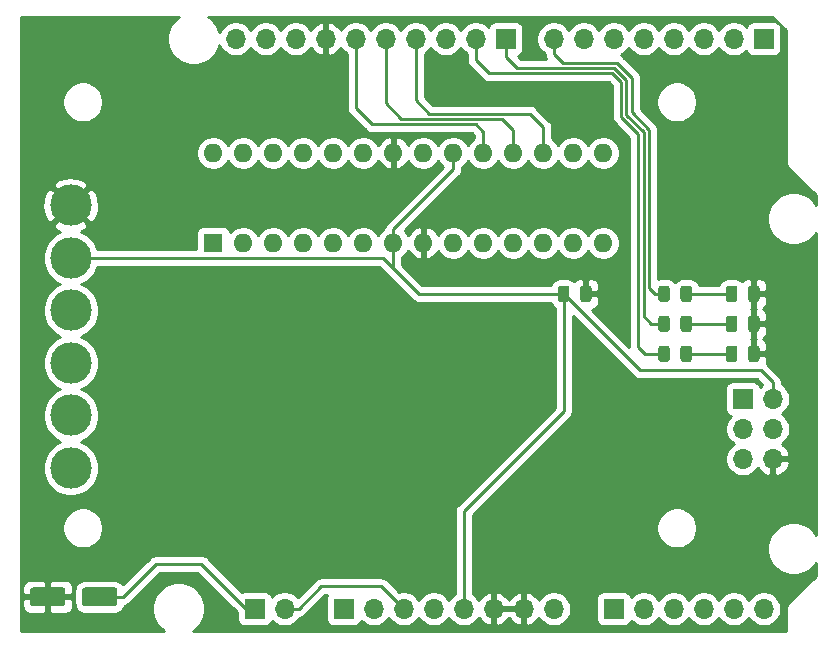
<source format=gbr>
%TF.GenerationSoftware,KiCad,Pcbnew,(5.1.9-0-10_14)*%
%TF.CreationDate,2021-02-13T17:17:21+01:00*%
%TF.ProjectId,Arduino Uno ISP Shield,41726475-696e-46f2-9055-6e6f20495350,rev?*%
%TF.SameCoordinates,Original*%
%TF.FileFunction,Copper,L1,Top*%
%TF.FilePolarity,Positive*%
%FSLAX46Y46*%
G04 Gerber Fmt 4.6, Leading zero omitted, Abs format (unit mm)*
G04 Created by KiCad (PCBNEW (5.1.9-0-10_14)) date 2021-02-13 17:17:21*
%MOMM*%
%LPD*%
G01*
G04 APERTURE LIST*
%TA.AperFunction,ComponentPad*%
%ADD10O,1.600000X1.600000*%
%TD*%
%TA.AperFunction,ComponentPad*%
%ADD11R,1.600000X1.600000*%
%TD*%
%TA.AperFunction,ComponentPad*%
%ADD12C,3.500120*%
%TD*%
%TA.AperFunction,ComponentPad*%
%ADD13O,1.700000X1.700000*%
%TD*%
%TA.AperFunction,ComponentPad*%
%ADD14R,1.700000X1.700000*%
%TD*%
%TA.AperFunction,Conductor*%
%ADD15C,0.250000*%
%TD*%
%TA.AperFunction,Conductor*%
%ADD16C,0.254000*%
%TD*%
%TA.AperFunction,Conductor*%
%ADD17C,0.100000*%
%TD*%
G04 APERTURE END LIST*
%TO.P,R3,2*%
%TO.N,Net-(D3-Pad2)*%
%TA.AperFunction,SMDPad,CuDef*%
G36*
G01*
X158057000Y-98246250D02*
X158057000Y-97333750D01*
G75*
G02*
X158300750Y-97090000I243750J0D01*
G01*
X158788250Y-97090000D01*
G75*
G02*
X159032000Y-97333750I0J-243750D01*
G01*
X159032000Y-98246250D01*
G75*
G02*
X158788250Y-98490000I-243750J0D01*
G01*
X158300750Y-98490000D01*
G75*
G02*
X158057000Y-98246250I0J243750D01*
G01*
G37*
%TD.AperFunction*%
%TO.P,R3,1*%
%TO.N,LED_PROG*%
%TA.AperFunction,SMDPad,CuDef*%
G36*
G01*
X156182000Y-98246250D02*
X156182000Y-97333750D01*
G75*
G02*
X156425750Y-97090000I243750J0D01*
G01*
X156913250Y-97090000D01*
G75*
G02*
X157157000Y-97333750I0J-243750D01*
G01*
X157157000Y-98246250D01*
G75*
G02*
X156913250Y-98490000I-243750J0D01*
G01*
X156425750Y-98490000D01*
G75*
G02*
X156182000Y-98246250I0J243750D01*
G01*
G37*
%TD.AperFunction*%
%TD*%
%TO.P,R2,2*%
%TO.N,Net-(D2-Pad2)*%
%TA.AperFunction,SMDPad,CuDef*%
G36*
G01*
X158057000Y-100786250D02*
X158057000Y-99873750D01*
G75*
G02*
X158300750Y-99630000I243750J0D01*
G01*
X158788250Y-99630000D01*
G75*
G02*
X159032000Y-99873750I0J-243750D01*
G01*
X159032000Y-100786250D01*
G75*
G02*
X158788250Y-101030000I-243750J0D01*
G01*
X158300750Y-101030000D01*
G75*
G02*
X158057000Y-100786250I0J243750D01*
G01*
G37*
%TD.AperFunction*%
%TO.P,R2,1*%
%TO.N,LED_ERR*%
%TA.AperFunction,SMDPad,CuDef*%
G36*
G01*
X156182000Y-100786250D02*
X156182000Y-99873750D01*
G75*
G02*
X156425750Y-99630000I243750J0D01*
G01*
X156913250Y-99630000D01*
G75*
G02*
X157157000Y-99873750I0J-243750D01*
G01*
X157157000Y-100786250D01*
G75*
G02*
X156913250Y-101030000I-243750J0D01*
G01*
X156425750Y-101030000D01*
G75*
G02*
X156182000Y-100786250I0J243750D01*
G01*
G37*
%TD.AperFunction*%
%TD*%
%TO.P,R1,2*%
%TO.N,Net-(D1-Pad2)*%
%TA.AperFunction,SMDPad,CuDef*%
G36*
G01*
X158057000Y-103326250D02*
X158057000Y-102413750D01*
G75*
G02*
X158300750Y-102170000I243750J0D01*
G01*
X158788250Y-102170000D01*
G75*
G02*
X159032000Y-102413750I0J-243750D01*
G01*
X159032000Y-103326250D01*
G75*
G02*
X158788250Y-103570000I-243750J0D01*
G01*
X158300750Y-103570000D01*
G75*
G02*
X158057000Y-103326250I0J243750D01*
G01*
G37*
%TD.AperFunction*%
%TO.P,R1,1*%
%TO.N,LED_BEAT*%
%TA.AperFunction,SMDPad,CuDef*%
G36*
G01*
X156182000Y-103326250D02*
X156182000Y-102413750D01*
G75*
G02*
X156425750Y-102170000I243750J0D01*
G01*
X156913250Y-102170000D01*
G75*
G02*
X157157000Y-102413750I0J-243750D01*
G01*
X157157000Y-103326250D01*
G75*
G02*
X156913250Y-103570000I-243750J0D01*
G01*
X156425750Y-103570000D01*
G75*
G02*
X156182000Y-103326250I0J243750D01*
G01*
G37*
%TD.AperFunction*%
%TD*%
%TO.P,D3,2*%
%TO.N,Net-(D3-Pad2)*%
%TA.AperFunction,SMDPad,CuDef*%
G36*
G01*
X162872000Y-97333750D02*
X162872000Y-98246250D01*
G75*
G02*
X162628250Y-98490000I-243750J0D01*
G01*
X162140750Y-98490000D01*
G75*
G02*
X161897000Y-98246250I0J243750D01*
G01*
X161897000Y-97333750D01*
G75*
G02*
X162140750Y-97090000I243750J0D01*
G01*
X162628250Y-97090000D01*
G75*
G02*
X162872000Y-97333750I0J-243750D01*
G01*
G37*
%TD.AperFunction*%
%TO.P,D3,1*%
%TO.N,GND*%
%TA.AperFunction,SMDPad,CuDef*%
G36*
G01*
X164747000Y-97333750D02*
X164747000Y-98246250D01*
G75*
G02*
X164503250Y-98490000I-243750J0D01*
G01*
X164015750Y-98490000D01*
G75*
G02*
X163772000Y-98246250I0J243750D01*
G01*
X163772000Y-97333750D01*
G75*
G02*
X164015750Y-97090000I243750J0D01*
G01*
X164503250Y-97090000D01*
G75*
G02*
X164747000Y-97333750I0J-243750D01*
G01*
G37*
%TD.AperFunction*%
%TD*%
%TO.P,D2,2*%
%TO.N,Net-(D2-Pad2)*%
%TA.AperFunction,SMDPad,CuDef*%
G36*
G01*
X162872000Y-99873750D02*
X162872000Y-100786250D01*
G75*
G02*
X162628250Y-101030000I-243750J0D01*
G01*
X162140750Y-101030000D01*
G75*
G02*
X161897000Y-100786250I0J243750D01*
G01*
X161897000Y-99873750D01*
G75*
G02*
X162140750Y-99630000I243750J0D01*
G01*
X162628250Y-99630000D01*
G75*
G02*
X162872000Y-99873750I0J-243750D01*
G01*
G37*
%TD.AperFunction*%
%TO.P,D2,1*%
%TO.N,GND*%
%TA.AperFunction,SMDPad,CuDef*%
G36*
G01*
X164747000Y-99873750D02*
X164747000Y-100786250D01*
G75*
G02*
X164503250Y-101030000I-243750J0D01*
G01*
X164015750Y-101030000D01*
G75*
G02*
X163772000Y-100786250I0J243750D01*
G01*
X163772000Y-99873750D01*
G75*
G02*
X164015750Y-99630000I243750J0D01*
G01*
X164503250Y-99630000D01*
G75*
G02*
X164747000Y-99873750I0J-243750D01*
G01*
G37*
%TD.AperFunction*%
%TD*%
%TO.P,D1,2*%
%TO.N,Net-(D1-Pad2)*%
%TA.AperFunction,SMDPad,CuDef*%
G36*
G01*
X162872000Y-102413750D02*
X162872000Y-103326250D01*
G75*
G02*
X162628250Y-103570000I-243750J0D01*
G01*
X162140750Y-103570000D01*
G75*
G02*
X161897000Y-103326250I0J243750D01*
G01*
X161897000Y-102413750D01*
G75*
G02*
X162140750Y-102170000I243750J0D01*
G01*
X162628250Y-102170000D01*
G75*
G02*
X162872000Y-102413750I0J-243750D01*
G01*
G37*
%TD.AperFunction*%
%TO.P,D1,1*%
%TO.N,GND*%
%TA.AperFunction,SMDPad,CuDef*%
G36*
G01*
X164747000Y-102413750D02*
X164747000Y-103326250D01*
G75*
G02*
X164503250Y-103570000I-243750J0D01*
G01*
X164015750Y-103570000D01*
G75*
G02*
X163772000Y-103326250I0J243750D01*
G01*
X163772000Y-102413750D01*
G75*
G02*
X164015750Y-102170000I243750J0D01*
G01*
X164503250Y-102170000D01*
G75*
G02*
X164747000Y-102413750I0J-243750D01*
G01*
G37*
%TD.AperFunction*%
%TD*%
D10*
%TO.P,U1,28*%
%TO.N,Net-(U1-Pad28)*%
X118491000Y-85852000D03*
%TO.P,U1,14*%
%TO.N,Net-(U1-Pad14)*%
X151511000Y-93472000D03*
%TO.P,U1,27*%
%TO.N,Net-(U1-Pad27)*%
X121031000Y-85852000D03*
%TO.P,U1,13*%
%TO.N,Net-(U1-Pad13)*%
X148971000Y-93472000D03*
%TO.P,U1,26*%
%TO.N,Net-(U1-Pad26)*%
X123571000Y-85852000D03*
%TO.P,U1,12*%
%TO.N,Net-(U1-Pad12)*%
X146431000Y-93472000D03*
%TO.P,U1,25*%
%TO.N,Net-(U1-Pad25)*%
X126111000Y-85852000D03*
%TO.P,U1,11*%
%TO.N,Net-(U1-Pad11)*%
X143891000Y-93472000D03*
%TO.P,U1,24*%
%TO.N,Net-(U1-Pad24)*%
X128651000Y-85852000D03*
%TO.P,U1,10*%
%TO.N,Net-(U1-Pad10)*%
X141351000Y-93472000D03*
%TO.P,U1,23*%
%TO.N,Net-(U1-Pad23)*%
X131191000Y-85852000D03*
%TO.P,U1,9*%
%TO.N,Net-(U1-Pad9)*%
X138811000Y-93472000D03*
%TO.P,U1,22*%
%TO.N,GND*%
X133731000Y-85852000D03*
%TO.P,U1,8*%
X136271000Y-93472000D03*
%TO.P,U1,21*%
%TO.N,Net-(U1-Pad21)*%
X136271000Y-85852000D03*
%TO.P,U1,7*%
%TO.N,ICSP_5V*%
X133731000Y-93472000D03*
%TO.P,U1,20*%
X138811000Y-85852000D03*
%TO.P,U1,6*%
%TO.N,Net-(U1-Pad6)*%
X131191000Y-93472000D03*
%TO.P,U1,19*%
%TO.N,ICSP_SCK*%
X141351000Y-85852000D03*
%TO.P,U1,5*%
%TO.N,Net-(U1-Pad5)*%
X128651000Y-93472000D03*
%TO.P,U1,18*%
%TO.N,ICSP_MISO*%
X143891000Y-85852000D03*
%TO.P,U1,4*%
%TO.N,Net-(U1-Pad4)*%
X126111000Y-93472000D03*
%TO.P,U1,17*%
%TO.N,ICSP_MOSI*%
X146431000Y-85852000D03*
%TO.P,U1,3*%
%TO.N,Net-(U1-Pad3)*%
X123571000Y-93472000D03*
%TO.P,U1,16*%
%TO.N,Net-(U1-Pad16)*%
X148971000Y-85852000D03*
%TO.P,U1,2*%
%TO.N,Net-(U1-Pad2)*%
X121031000Y-93472000D03*
%TO.P,U1,15*%
%TO.N,Net-(U1-Pad15)*%
X151511000Y-85852000D03*
D11*
%TO.P,U1,1*%
%TO.N,ICSP_RST*%
X118491000Y-93472000D03*
%TD*%
D12*
%TO.P,J10,1*%
%TO.N,GND*%
X106426000Y-90297000D03*
%TD*%
%TO.P,J9,1*%
%TO.N,ICSP_5V*%
X106426000Y-94742000D03*
%TD*%
%TO.P,J8,1*%
%TO.N,ICSP_RST*%
X106426000Y-99187000D03*
%TD*%
%TO.P,J7,1*%
%TO.N,ICSP_MOSI*%
X106426000Y-103632000D03*
%TD*%
%TO.P,J6,1*%
%TO.N,ICSP_MISO*%
X106426000Y-108077000D03*
%TD*%
%TO.P,J5,1*%
%TO.N,ICSP_SCK*%
X106426000Y-112522000D03*
%TD*%
%TO.P,C2,2*%
%TO.N,GND*%
%TA.AperFunction,SMDPad,CuDef*%
G36*
G01*
X149548000Y-98246250D02*
X149548000Y-97333750D01*
G75*
G02*
X149791750Y-97090000I243750J0D01*
G01*
X150279250Y-97090000D01*
G75*
G02*
X150523000Y-97333750I0J-243750D01*
G01*
X150523000Y-98246250D01*
G75*
G02*
X150279250Y-98490000I-243750J0D01*
G01*
X149791750Y-98490000D01*
G75*
G02*
X149548000Y-98246250I0J243750D01*
G01*
G37*
%TD.AperFunction*%
%TO.P,C2,1*%
%TO.N,ICSP_5V*%
%TA.AperFunction,SMDPad,CuDef*%
G36*
G01*
X147673000Y-98246250D02*
X147673000Y-97333750D01*
G75*
G02*
X147916750Y-97090000I243750J0D01*
G01*
X148404250Y-97090000D01*
G75*
G02*
X148648000Y-97333750I0J-243750D01*
G01*
X148648000Y-98246250D01*
G75*
G02*
X148404250Y-98490000I-243750J0D01*
G01*
X147916750Y-98490000D01*
G75*
G02*
X147673000Y-98246250I0J243750D01*
G01*
G37*
%TD.AperFunction*%
%TD*%
D13*
%TO.P,J4,6*%
%TO.N,GND*%
X165862000Y-111760000D03*
%TO.P,J4,5*%
%TO.N,ICSP_RST*%
X163322000Y-111760000D03*
%TO.P,J4,4*%
%TO.N,ICSP_MOSI*%
X165862000Y-109220000D03*
%TO.P,J4,3*%
%TO.N,ICSP_SCK*%
X163322000Y-109220000D03*
%TO.P,J4,2*%
%TO.N,ICSP_5V*%
X165862000Y-106680000D03*
D14*
%TO.P,J4,1*%
%TO.N,ICSP_MISO*%
X163322000Y-106680000D03*
%TD*%
D13*
%TO.P,J3,2*%
%TO.N,Net-(J1-Pad3)*%
X124536200Y-124460000D03*
D14*
%TO.P,J3,1*%
%TO.N,Net-(C1-Pad1)*%
X121996200Y-124460000D03*
%TD*%
%TO.P,C1,2*%
%TO.N,GND*%
%TA.AperFunction,SMDPad,CuDef*%
G36*
G01*
X105980000Y-122894000D02*
X105980000Y-123994000D01*
G75*
G02*
X105730000Y-124244000I-250000J0D01*
G01*
X103230000Y-124244000D01*
G75*
G02*
X102980000Y-123994000I0J250000D01*
G01*
X102980000Y-122894000D01*
G75*
G02*
X103230000Y-122644000I250000J0D01*
G01*
X105730000Y-122644000D01*
G75*
G02*
X105980000Y-122894000I0J-250000D01*
G01*
G37*
%TD.AperFunction*%
%TO.P,C1,1*%
%TO.N,Net-(C1-Pad1)*%
%TA.AperFunction,SMDPad,CuDef*%
G36*
G01*
X110380000Y-122894000D02*
X110380000Y-123994000D01*
G75*
G02*
X110130000Y-124244000I-250000J0D01*
G01*
X107630000Y-124244000D01*
G75*
G02*
X107380000Y-123994000I0J250000D01*
G01*
X107380000Y-122894000D01*
G75*
G02*
X107630000Y-122644000I250000J0D01*
G01*
X110130000Y-122644000D01*
G75*
G02*
X110380000Y-122894000I0J-250000D01*
G01*
G37*
%TD.AperFunction*%
%TD*%
D13*
%TO.P,J1,8*%
%TO.N,Net-(J1-Pad8)*%
X147320000Y-124460000D03*
%TO.P,J1,7*%
%TO.N,GND*%
X144780000Y-124460000D03*
%TO.P,J1,6*%
X142240000Y-124460000D03*
%TO.P,J1,5*%
%TO.N,ICSP_5V*%
X139700000Y-124460000D03*
%TO.P,J1,4*%
%TO.N,Net-(J1-Pad4)*%
X137160000Y-124460000D03*
%TO.P,J1,3*%
%TO.N,Net-(J1-Pad3)*%
X134620000Y-124460000D03*
%TO.P,J1,2*%
%TO.N,Net-(J1-Pad2)*%
X132080000Y-124460000D03*
D14*
%TO.P,J1,1*%
%TO.N,Net-(J1-Pad1)*%
X129540000Y-124460000D03*
%TD*%
%TO.P,J2,1*%
%TO.N,Net-(J2-Pad1)*%
X152400000Y-124460000D03*
D13*
%TO.P,J2,2*%
%TO.N,Net-(J2-Pad2)*%
X154940000Y-124460000D03*
%TO.P,J2,3*%
%TO.N,Net-(J2-Pad3)*%
X157480000Y-124460000D03*
%TO.P,J2,4*%
%TO.N,Net-(J2-Pad4)*%
X160020000Y-124460000D03*
%TO.P,J2,5*%
%TO.N,Net-(J2-Pad5)*%
X162560000Y-124460000D03*
%TO.P,J2,6*%
%TO.N,Net-(J2-Pad6)*%
X165100000Y-124460000D03*
%TD*%
D14*
%TO.P,J34,1*%
%TO.N,LED_ERR*%
X143256000Y-76200000D03*
D13*
%TO.P,J34,2*%
%TO.N,LED_BEAT*%
X140716000Y-76200000D03*
%TO.P,J34,3*%
%TO.N,ICSP_RST*%
X138176000Y-76200000D03*
%TO.P,J34,4*%
%TO.N,ICSP_MOSI*%
X135636000Y-76200000D03*
%TO.P,J34,5*%
%TO.N,ICSP_MISO*%
X133096000Y-76200000D03*
%TO.P,J34,6*%
%TO.N,ICSP_SCK*%
X130556000Y-76200000D03*
%TO.P,J34,7*%
%TO.N,GND*%
X128016000Y-76200000D03*
%TO.P,J34,8*%
%TO.N,Net-(J34-Pad8)*%
X125476000Y-76200000D03*
%TO.P,J34,9*%
%TO.N,Net-(J34-Pad9)*%
X122936000Y-76200000D03*
%TO.P,J34,10*%
%TO.N,Net-(J34-Pad10)*%
X120396000Y-76200000D03*
%TD*%
D14*
%TO.P,J35,1*%
%TO.N,Net-(J35-Pad1)*%
X165100000Y-76200000D03*
D13*
%TO.P,J35,2*%
%TO.N,Net-(J35-Pad2)*%
X162560000Y-76200000D03*
%TO.P,J35,3*%
%TO.N,Net-(J35-Pad3)*%
X160020000Y-76200000D03*
%TO.P,J35,4*%
%TO.N,Net-(J35-Pad4)*%
X157480000Y-76200000D03*
%TO.P,J35,5*%
%TO.N,Net-(J35-Pad5)*%
X154940000Y-76200000D03*
%TO.P,J35,6*%
%TO.N,Net-(J35-Pad6)*%
X152400000Y-76200000D03*
%TO.P,J35,7*%
%TO.N,Net-(J35-Pad7)*%
X149860000Y-76200000D03*
%TO.P,J35,8*%
%TO.N,LED_PROG*%
X147320000Y-76200000D03*
%TD*%
D15*
%TO.N,Net-(J1-Pad3)*%
X124536200Y-124460000D02*
X125730000Y-124460000D01*
X125730000Y-124460000D02*
X127635000Y-122555000D01*
X132715000Y-122555000D02*
X134620000Y-124460000D01*
X127635000Y-122555000D02*
X132715000Y-122555000D01*
%TO.N,Net-(C1-Pad1)*%
X110871000Y-123444000D02*
X113665000Y-120650000D01*
X108880000Y-123444000D02*
X110871000Y-123444000D01*
X121285000Y-124460000D02*
X117475000Y-120650000D01*
X121996200Y-124460000D02*
X121285000Y-124460000D01*
X113665000Y-120650000D02*
X117475000Y-120650000D01*
%TO.N,ICSP_5V*%
X148160500Y-97790000D02*
X148160500Y-107744500D01*
X139700000Y-116205000D02*
X139700000Y-124460000D01*
X148160500Y-107744500D02*
X139700000Y-116205000D01*
X148160500Y-97790000D02*
X135890000Y-97790000D01*
X133731000Y-95631000D02*
X133731000Y-93472000D01*
X135890000Y-97790000D02*
X133731000Y-95631000D01*
X133731000Y-92329000D02*
X133731000Y-93472000D01*
X138811000Y-87249000D02*
X133731000Y-92329000D01*
X138811000Y-85852000D02*
X138811000Y-87249000D01*
X165862000Y-106680000D02*
X165862000Y-105283000D01*
X165862000Y-105283000D02*
X164846000Y-104267000D01*
X154637500Y-104267000D02*
X148160500Y-97790000D01*
X164846000Y-104267000D02*
X154637500Y-104267000D01*
X132842000Y-94742000D02*
X133731000Y-95631000D01*
X106426000Y-94742000D02*
X132842000Y-94742000D01*
%TO.N,ICSP_MOSI*%
X135636000Y-76200000D02*
X135636000Y-77343000D01*
X136767980Y-82538980D02*
X135636000Y-81407000D01*
X135636000Y-81407000D02*
X135636000Y-76200000D01*
X145276980Y-82538980D02*
X136767980Y-82538980D01*
X146431000Y-83693000D02*
X145276980Y-82538980D01*
X146431000Y-85852000D02*
X146431000Y-83693000D01*
%TO.N,ICSP_SCK*%
X130556000Y-82042000D02*
X130556000Y-81280000D01*
X131953000Y-83439000D02*
X130556000Y-82042000D01*
X140716000Y-83439000D02*
X131953000Y-83439000D01*
X141351000Y-84074000D02*
X140716000Y-83439000D01*
X141351000Y-85852000D02*
X141351000Y-84074000D01*
X130556000Y-81280000D02*
X130556000Y-76200000D01*
X130556000Y-81661000D02*
X130556000Y-81280000D01*
%TO.N,ICSP_MISO*%
X133096000Y-81661000D02*
X133096000Y-78359000D01*
X142932990Y-82988990D02*
X134423990Y-82988990D01*
X143891000Y-83947000D02*
X142932990Y-82988990D01*
X143891000Y-85852000D02*
X143891000Y-83947000D01*
X133096000Y-78359000D02*
X133096000Y-76200000D01*
X134423990Y-82988990D02*
X133096000Y-81661000D01*
X133096000Y-81026000D02*
X133096000Y-78359000D01*
%TO.N,LED_ERR*%
X152467600Y-78682010D02*
X144214010Y-78682010D01*
X153473990Y-79688400D02*
X152467600Y-78682010D01*
X154940000Y-84075410D02*
X153473990Y-82609400D01*
X154940000Y-99695000D02*
X154940000Y-84075410D01*
X144214010Y-78682010D02*
X143256000Y-77724000D01*
X155575000Y-100330000D02*
X154940000Y-99695000D01*
X143256000Y-77724000D02*
X143256000Y-76200000D01*
X153473990Y-82609400D02*
X153473990Y-79688400D01*
X156669500Y-100330000D02*
X155575000Y-100330000D01*
%TO.N,LED_BEAT*%
X152281200Y-79132020D02*
X141870020Y-79132020D01*
X153023980Y-79874800D02*
X152281200Y-79132020D01*
X153023980Y-82795800D02*
X153023980Y-79874800D01*
X140716000Y-77978000D02*
X140716000Y-76200000D01*
X154489990Y-84261810D02*
X153023980Y-82795800D01*
X154489990Y-102292990D02*
X154489990Y-84261810D01*
X155067000Y-102870000D02*
X154489990Y-102292990D01*
X141870020Y-79132020D02*
X140716000Y-77978000D01*
X156669500Y-102870000D02*
X155067000Y-102870000D01*
%TO.N,LED_PROG*%
X156669500Y-97790000D02*
X156210000Y-97790000D01*
X155898010Y-97790000D02*
X156669500Y-97790000D01*
X155390010Y-97282000D02*
X155898010Y-97790000D01*
X155390009Y-83889009D02*
X155390010Y-97282000D01*
X153924000Y-82423000D02*
X155390009Y-83889009D01*
X153924000Y-79502000D02*
X153924000Y-82423000D01*
X152654000Y-78232000D02*
X153924000Y-79502000D01*
X147320000Y-76200000D02*
X147320000Y-77470000D01*
X148082000Y-78232000D02*
X152654000Y-78232000D01*
X147320000Y-77470000D02*
X148082000Y-78232000D01*
%TO.N,Net-(D1-Pad2)*%
X162384500Y-102870000D02*
X158544500Y-102870000D01*
%TO.N,Net-(D2-Pad2)*%
X162384500Y-100330000D02*
X158544500Y-100330000D01*
%TO.N,Net-(D3-Pad2)*%
X162384500Y-97790000D02*
X158544500Y-97790000D01*
%TD*%
D16*
%TO.N,GND*%
X115415271Y-74463962D02*
X115103962Y-74775271D01*
X114859369Y-75141331D01*
X114690890Y-75548075D01*
X114605000Y-75979872D01*
X114605000Y-76420128D01*
X114690890Y-76851925D01*
X114859369Y-77258669D01*
X115103962Y-77624729D01*
X115415271Y-77936038D01*
X115781331Y-78180631D01*
X116188075Y-78349110D01*
X116619872Y-78435000D01*
X117060128Y-78435000D01*
X117491925Y-78349110D01*
X117898669Y-78180631D01*
X118264729Y-77936038D01*
X118576038Y-77624729D01*
X118820631Y-77258669D01*
X118989110Y-76851925D01*
X119011681Y-76738451D01*
X119080010Y-76903411D01*
X119242525Y-77146632D01*
X119449368Y-77353475D01*
X119692589Y-77515990D01*
X119962842Y-77627932D01*
X120249740Y-77685000D01*
X120542260Y-77685000D01*
X120829158Y-77627932D01*
X121099411Y-77515990D01*
X121342632Y-77353475D01*
X121549475Y-77146632D01*
X121666000Y-76972240D01*
X121782525Y-77146632D01*
X121989368Y-77353475D01*
X122232589Y-77515990D01*
X122502842Y-77627932D01*
X122789740Y-77685000D01*
X123082260Y-77685000D01*
X123369158Y-77627932D01*
X123639411Y-77515990D01*
X123882632Y-77353475D01*
X124089475Y-77146632D01*
X124206000Y-76972240D01*
X124322525Y-77146632D01*
X124529368Y-77353475D01*
X124772589Y-77515990D01*
X125042842Y-77627932D01*
X125329740Y-77685000D01*
X125622260Y-77685000D01*
X125909158Y-77627932D01*
X126179411Y-77515990D01*
X126422632Y-77353475D01*
X126629475Y-77146632D01*
X126751195Y-76964466D01*
X126820822Y-77081355D01*
X127015731Y-77297588D01*
X127249080Y-77471641D01*
X127511901Y-77596825D01*
X127659110Y-77641476D01*
X127889000Y-77520155D01*
X127889000Y-76327000D01*
X127869000Y-76327000D01*
X127869000Y-76073000D01*
X127889000Y-76073000D01*
X127889000Y-74879845D01*
X127659110Y-74758524D01*
X127511901Y-74803175D01*
X127249080Y-74928359D01*
X127015731Y-75102412D01*
X126820822Y-75318645D01*
X126751195Y-75435534D01*
X126629475Y-75253368D01*
X126422632Y-75046525D01*
X126179411Y-74884010D01*
X125909158Y-74772068D01*
X125622260Y-74715000D01*
X125329740Y-74715000D01*
X125042842Y-74772068D01*
X124772589Y-74884010D01*
X124529368Y-75046525D01*
X124322525Y-75253368D01*
X124206000Y-75427760D01*
X124089475Y-75253368D01*
X123882632Y-75046525D01*
X123639411Y-74884010D01*
X123369158Y-74772068D01*
X123082260Y-74715000D01*
X122789740Y-74715000D01*
X122502842Y-74772068D01*
X122232589Y-74884010D01*
X121989368Y-75046525D01*
X121782525Y-75253368D01*
X121666000Y-75427760D01*
X121549475Y-75253368D01*
X121342632Y-75046525D01*
X121099411Y-74884010D01*
X120829158Y-74772068D01*
X120542260Y-74715000D01*
X120249740Y-74715000D01*
X119962842Y-74772068D01*
X119692589Y-74884010D01*
X119449368Y-75046525D01*
X119242525Y-75253368D01*
X119080010Y-75496589D01*
X119011681Y-75661549D01*
X118989110Y-75548075D01*
X118820631Y-75141331D01*
X118576038Y-74775271D01*
X118264729Y-74463962D01*
X118049274Y-74320000D01*
X165842620Y-74320000D01*
X166980001Y-75457382D01*
X166980000Y-86581591D01*
X166976808Y-86614000D01*
X166980000Y-86646409D01*
X166980000Y-86646418D01*
X166989550Y-86743382D01*
X167027290Y-86867792D01*
X167088575Y-86982450D01*
X167136689Y-87041076D01*
X167171052Y-87082948D01*
X167196236Y-87103616D01*
X169520001Y-89427382D01*
X169520001Y-90230727D01*
X169376038Y-90015271D01*
X169064729Y-89703962D01*
X168698669Y-89459369D01*
X168291925Y-89290890D01*
X167860128Y-89205000D01*
X167419872Y-89205000D01*
X166988075Y-89290890D01*
X166581331Y-89459369D01*
X166215271Y-89703962D01*
X165903962Y-90015271D01*
X165659369Y-90381331D01*
X165490890Y-90788075D01*
X165405000Y-91219872D01*
X165405000Y-91660128D01*
X165490890Y-92091925D01*
X165659369Y-92498669D01*
X165903962Y-92864729D01*
X166215271Y-93176038D01*
X166581331Y-93420631D01*
X166988075Y-93589110D01*
X167419872Y-93675000D01*
X167860128Y-93675000D01*
X168291925Y-93589110D01*
X168698669Y-93420631D01*
X169064729Y-93176038D01*
X169376038Y-92864729D01*
X169520001Y-92649273D01*
X169520000Y-96552418D01*
X169520001Y-96552428D01*
X169520000Y-109252418D01*
X169520001Y-109252428D01*
X169520000Y-118170726D01*
X169376038Y-117955271D01*
X169064729Y-117643962D01*
X168698669Y-117399369D01*
X168291925Y-117230890D01*
X167860128Y-117145000D01*
X167419872Y-117145000D01*
X166988075Y-117230890D01*
X166581331Y-117399369D01*
X166215271Y-117643962D01*
X165903962Y-117955271D01*
X165659369Y-118321331D01*
X165490890Y-118728075D01*
X165405000Y-119159872D01*
X165405000Y-119600128D01*
X165490890Y-120031925D01*
X165659369Y-120438669D01*
X165903962Y-120804729D01*
X166215271Y-121116038D01*
X166581331Y-121360631D01*
X166988075Y-121529110D01*
X167419872Y-121615000D01*
X167860128Y-121615000D01*
X168291925Y-121529110D01*
X168698669Y-121360631D01*
X169064729Y-121116038D01*
X169376038Y-120804729D01*
X169520000Y-120589274D01*
X169520000Y-121646619D01*
X167196232Y-123970388D01*
X167171053Y-123991052D01*
X167150389Y-124016231D01*
X167150386Y-124016234D01*
X167088575Y-124091550D01*
X167027290Y-124206208D01*
X166989551Y-124330618D01*
X166976808Y-124460000D01*
X166980001Y-124492419D01*
X166980000Y-126340000D01*
X116779274Y-126340000D01*
X116994729Y-126196038D01*
X117306038Y-125884729D01*
X117550631Y-125518669D01*
X117719110Y-125111925D01*
X117805000Y-124680128D01*
X117805000Y-124239872D01*
X117719110Y-123808075D01*
X117550631Y-123401331D01*
X117306038Y-123035271D01*
X116994729Y-122723962D01*
X116628669Y-122479369D01*
X116221925Y-122310890D01*
X115790128Y-122225000D01*
X115349872Y-122225000D01*
X114918075Y-122310890D01*
X114511331Y-122479369D01*
X114145271Y-122723962D01*
X113833962Y-123035271D01*
X113589369Y-123401331D01*
X113420890Y-123808075D01*
X113335000Y-124239872D01*
X113335000Y-124680128D01*
X113420890Y-125111925D01*
X113589369Y-125518669D01*
X113833962Y-125884729D01*
X114145271Y-126196038D01*
X114360726Y-126340000D01*
X102260000Y-126340000D01*
X102260000Y-124244000D01*
X102341928Y-124244000D01*
X102354188Y-124368482D01*
X102390498Y-124488180D01*
X102449463Y-124598494D01*
X102528815Y-124695185D01*
X102625506Y-124774537D01*
X102735820Y-124833502D01*
X102855518Y-124869812D01*
X102980000Y-124882072D01*
X104194250Y-124879000D01*
X104353000Y-124720250D01*
X104353000Y-123571000D01*
X104607000Y-123571000D01*
X104607000Y-124720250D01*
X104765750Y-124879000D01*
X105980000Y-124882072D01*
X106104482Y-124869812D01*
X106224180Y-124833502D01*
X106334494Y-124774537D01*
X106431185Y-124695185D01*
X106510537Y-124598494D01*
X106569502Y-124488180D01*
X106605812Y-124368482D01*
X106618072Y-124244000D01*
X106615000Y-123729750D01*
X106456250Y-123571000D01*
X104607000Y-123571000D01*
X104353000Y-123571000D01*
X102503750Y-123571000D01*
X102345000Y-123729750D01*
X102341928Y-124244000D01*
X102260000Y-124244000D01*
X102260000Y-122644000D01*
X102341928Y-122644000D01*
X102345000Y-123158250D01*
X102503750Y-123317000D01*
X104353000Y-123317000D01*
X104353000Y-122167750D01*
X104607000Y-122167750D01*
X104607000Y-123317000D01*
X106456250Y-123317000D01*
X106615000Y-123158250D01*
X106618072Y-122644000D01*
X106605812Y-122519518D01*
X106569502Y-122399820D01*
X106510537Y-122289506D01*
X106431185Y-122192815D01*
X106334494Y-122113463D01*
X106224180Y-122054498D01*
X106104482Y-122018188D01*
X105980000Y-122005928D01*
X104765750Y-122009000D01*
X104607000Y-122167750D01*
X104353000Y-122167750D01*
X104194250Y-122009000D01*
X102980000Y-122005928D01*
X102855518Y-122018188D01*
X102735820Y-122054498D01*
X102625506Y-122113463D01*
X102528815Y-122192815D01*
X102449463Y-122289506D01*
X102390498Y-122399820D01*
X102354188Y-122519518D01*
X102341928Y-122644000D01*
X102260000Y-122644000D01*
X102260000Y-117431117D01*
X105707000Y-117431117D01*
X105707000Y-117772883D01*
X105773675Y-118108081D01*
X105904463Y-118423831D01*
X106094337Y-118707998D01*
X106336002Y-118949663D01*
X106620169Y-119139537D01*
X106935919Y-119270325D01*
X107271117Y-119337000D01*
X107612883Y-119337000D01*
X107948081Y-119270325D01*
X108263831Y-119139537D01*
X108547998Y-118949663D01*
X108789663Y-118707998D01*
X108979537Y-118423831D01*
X109110325Y-118108081D01*
X109177000Y-117772883D01*
X109177000Y-117431117D01*
X109110325Y-117095919D01*
X108979537Y-116780169D01*
X108789663Y-116496002D01*
X108547998Y-116254337D01*
X108263831Y-116064463D01*
X107948081Y-115933675D01*
X107612883Y-115867000D01*
X107271117Y-115867000D01*
X106935919Y-115933675D01*
X106620169Y-116064463D01*
X106336002Y-116254337D01*
X106094337Y-116496002D01*
X105904463Y-116780169D01*
X105773675Y-117095919D01*
X105707000Y-117431117D01*
X102260000Y-117431117D01*
X102260000Y-94507092D01*
X104040940Y-94507092D01*
X104040940Y-94976908D01*
X104132597Y-95437696D01*
X104312387Y-95871749D01*
X104573403Y-96262387D01*
X104905613Y-96594597D01*
X105296251Y-96855613D01*
X105559128Y-96964500D01*
X105296251Y-97073387D01*
X104905613Y-97334403D01*
X104573403Y-97666613D01*
X104312387Y-98057251D01*
X104132597Y-98491304D01*
X104040940Y-98952092D01*
X104040940Y-99421908D01*
X104132597Y-99882696D01*
X104312387Y-100316749D01*
X104573403Y-100707387D01*
X104905613Y-101039597D01*
X105296251Y-101300613D01*
X105559128Y-101409500D01*
X105296251Y-101518387D01*
X104905613Y-101779403D01*
X104573403Y-102111613D01*
X104312387Y-102502251D01*
X104132597Y-102936304D01*
X104040940Y-103397092D01*
X104040940Y-103866908D01*
X104132597Y-104327696D01*
X104312387Y-104761749D01*
X104573403Y-105152387D01*
X104905613Y-105484597D01*
X105296251Y-105745613D01*
X105559128Y-105854500D01*
X105296251Y-105963387D01*
X104905613Y-106224403D01*
X104573403Y-106556613D01*
X104312387Y-106947251D01*
X104132597Y-107381304D01*
X104040940Y-107842092D01*
X104040940Y-108311908D01*
X104132597Y-108772696D01*
X104312387Y-109206749D01*
X104573403Y-109597387D01*
X104905613Y-109929597D01*
X105296251Y-110190613D01*
X105559128Y-110299500D01*
X105296251Y-110408387D01*
X104905613Y-110669403D01*
X104573403Y-111001613D01*
X104312387Y-111392251D01*
X104132597Y-111826304D01*
X104040940Y-112287092D01*
X104040940Y-112756908D01*
X104132597Y-113217696D01*
X104312387Y-113651749D01*
X104573403Y-114042387D01*
X104905613Y-114374597D01*
X105296251Y-114635613D01*
X105730304Y-114815403D01*
X106191092Y-114907060D01*
X106660908Y-114907060D01*
X107121696Y-114815403D01*
X107555749Y-114635613D01*
X107946387Y-114374597D01*
X108278597Y-114042387D01*
X108539613Y-113651749D01*
X108719403Y-113217696D01*
X108811060Y-112756908D01*
X108811060Y-112287092D01*
X108719403Y-111826304D01*
X108539613Y-111392251D01*
X108278597Y-111001613D01*
X107946387Y-110669403D01*
X107555749Y-110408387D01*
X107292872Y-110299500D01*
X107555749Y-110190613D01*
X107946387Y-109929597D01*
X108278597Y-109597387D01*
X108539613Y-109206749D01*
X108719403Y-108772696D01*
X108811060Y-108311908D01*
X108811060Y-107842092D01*
X108719403Y-107381304D01*
X108539613Y-106947251D01*
X108278597Y-106556613D01*
X107946387Y-106224403D01*
X107555749Y-105963387D01*
X107292872Y-105854500D01*
X107555749Y-105745613D01*
X107946387Y-105484597D01*
X108278597Y-105152387D01*
X108539613Y-104761749D01*
X108719403Y-104327696D01*
X108811060Y-103866908D01*
X108811060Y-103397092D01*
X108719403Y-102936304D01*
X108539613Y-102502251D01*
X108278597Y-102111613D01*
X107946387Y-101779403D01*
X107555749Y-101518387D01*
X107292872Y-101409500D01*
X107555749Y-101300613D01*
X107946387Y-101039597D01*
X108278597Y-100707387D01*
X108539613Y-100316749D01*
X108719403Y-99882696D01*
X108811060Y-99421908D01*
X108811060Y-98952092D01*
X108719403Y-98491304D01*
X108539613Y-98057251D01*
X108278597Y-97666613D01*
X107946387Y-97334403D01*
X107555749Y-97073387D01*
X107292872Y-96964500D01*
X107555749Y-96855613D01*
X107946387Y-96594597D01*
X108278597Y-96262387D01*
X108539613Y-95871749D01*
X108692768Y-95502000D01*
X132527199Y-95502000D01*
X133167200Y-96142002D01*
X133190999Y-96171001D01*
X133220003Y-96194804D01*
X135326200Y-98301002D01*
X135349999Y-98330001D01*
X135378997Y-98353799D01*
X135465723Y-98424974D01*
X135587377Y-98490000D01*
X135597753Y-98495546D01*
X135741014Y-98539003D01*
X135852667Y-98550000D01*
X135852676Y-98550000D01*
X135889999Y-98553676D01*
X135927322Y-98550000D01*
X147091827Y-98550000D01*
X147102053Y-98583709D01*
X147183542Y-98736164D01*
X147293208Y-98869792D01*
X147400500Y-98957845D01*
X147400501Y-107429697D01*
X139189003Y-115641196D01*
X139159999Y-115664999D01*
X139104871Y-115732174D01*
X139065026Y-115780724D01*
X139018910Y-115867000D01*
X138994454Y-115912754D01*
X138950997Y-116056015D01*
X138940000Y-116167668D01*
X138940000Y-116167678D01*
X138936324Y-116205000D01*
X138940000Y-116242322D01*
X138940001Y-123181821D01*
X138753368Y-123306525D01*
X138546525Y-123513368D01*
X138430000Y-123687760D01*
X138313475Y-123513368D01*
X138106632Y-123306525D01*
X137863411Y-123144010D01*
X137593158Y-123032068D01*
X137306260Y-122975000D01*
X137013740Y-122975000D01*
X136726842Y-123032068D01*
X136456589Y-123144010D01*
X136213368Y-123306525D01*
X136006525Y-123513368D01*
X135890000Y-123687760D01*
X135773475Y-123513368D01*
X135566632Y-123306525D01*
X135323411Y-123144010D01*
X135053158Y-123032068D01*
X134766260Y-122975000D01*
X134473740Y-122975000D01*
X134253592Y-123018790D01*
X133278804Y-122044003D01*
X133255001Y-122014999D01*
X133139276Y-121920026D01*
X133007247Y-121849454D01*
X132863986Y-121805997D01*
X132752333Y-121795000D01*
X132752322Y-121795000D01*
X132715000Y-121791324D01*
X132677678Y-121795000D01*
X127672323Y-121795000D01*
X127635000Y-121791324D01*
X127597677Y-121795000D01*
X127597667Y-121795000D01*
X127486014Y-121805997D01*
X127342753Y-121849454D01*
X127210724Y-121920026D01*
X127094999Y-122014999D01*
X127071201Y-122043997D01*
X125645753Y-123469446D01*
X125482832Y-123306525D01*
X125239611Y-123144010D01*
X124969358Y-123032068D01*
X124682460Y-122975000D01*
X124389940Y-122975000D01*
X124103042Y-123032068D01*
X123832789Y-123144010D01*
X123589568Y-123306525D01*
X123457713Y-123438380D01*
X123435702Y-123365820D01*
X123376737Y-123255506D01*
X123297385Y-123158815D01*
X123200694Y-123079463D01*
X123090380Y-123020498D01*
X122970682Y-122984188D01*
X122846200Y-122971928D01*
X121146200Y-122971928D01*
X121021718Y-122984188D01*
X120916045Y-123016243D01*
X118038804Y-120139003D01*
X118015001Y-120109999D01*
X117899276Y-120015026D01*
X117767247Y-119944454D01*
X117623986Y-119900997D01*
X117512333Y-119890000D01*
X117512322Y-119890000D01*
X117475000Y-119886324D01*
X117437678Y-119890000D01*
X113702325Y-119890000D01*
X113665000Y-119886324D01*
X113627675Y-119890000D01*
X113627667Y-119890000D01*
X113516014Y-119900997D01*
X113372753Y-119944454D01*
X113240724Y-120015026D01*
X113124999Y-120109999D01*
X113101201Y-120138997D01*
X110855414Y-122384785D01*
X110757962Y-122266038D01*
X110623386Y-122155595D01*
X110469850Y-122073528D01*
X110303254Y-122022992D01*
X110130000Y-122005928D01*
X107630000Y-122005928D01*
X107456746Y-122022992D01*
X107290150Y-122073528D01*
X107136614Y-122155595D01*
X107002038Y-122266038D01*
X106891595Y-122400614D01*
X106809528Y-122554150D01*
X106758992Y-122720746D01*
X106741928Y-122894000D01*
X106741928Y-123994000D01*
X106758992Y-124167254D01*
X106809528Y-124333850D01*
X106891595Y-124487386D01*
X107002038Y-124621962D01*
X107136614Y-124732405D01*
X107290150Y-124814472D01*
X107456746Y-124865008D01*
X107630000Y-124882072D01*
X110130000Y-124882072D01*
X110303254Y-124865008D01*
X110469850Y-124814472D01*
X110623386Y-124732405D01*
X110757962Y-124621962D01*
X110868405Y-124487386D01*
X110950472Y-124333850D01*
X110992372Y-124195723D01*
X111019986Y-124193003D01*
X111163247Y-124149546D01*
X111295276Y-124078974D01*
X111411001Y-123984001D01*
X111434804Y-123954997D01*
X113979802Y-121410000D01*
X117160199Y-121410000D01*
X120508128Y-124757930D01*
X120508128Y-125310000D01*
X120520388Y-125434482D01*
X120556698Y-125554180D01*
X120615663Y-125664494D01*
X120695015Y-125761185D01*
X120791706Y-125840537D01*
X120902020Y-125899502D01*
X121021718Y-125935812D01*
X121146200Y-125948072D01*
X122846200Y-125948072D01*
X122970682Y-125935812D01*
X123090380Y-125899502D01*
X123200694Y-125840537D01*
X123297385Y-125761185D01*
X123376737Y-125664494D01*
X123435702Y-125554180D01*
X123457713Y-125481620D01*
X123589568Y-125613475D01*
X123832789Y-125775990D01*
X124103042Y-125887932D01*
X124389940Y-125945000D01*
X124682460Y-125945000D01*
X124969358Y-125887932D01*
X125239611Y-125775990D01*
X125482832Y-125613475D01*
X125689675Y-125406632D01*
X125817693Y-125215040D01*
X125878986Y-125209003D01*
X126022247Y-125165546D01*
X126154276Y-125094974D01*
X126270001Y-125000001D01*
X126293804Y-124970997D01*
X127949802Y-123315000D01*
X128127662Y-123315000D01*
X128100498Y-123365820D01*
X128064188Y-123485518D01*
X128051928Y-123610000D01*
X128051928Y-125310000D01*
X128064188Y-125434482D01*
X128100498Y-125554180D01*
X128159463Y-125664494D01*
X128238815Y-125761185D01*
X128335506Y-125840537D01*
X128445820Y-125899502D01*
X128565518Y-125935812D01*
X128690000Y-125948072D01*
X130390000Y-125948072D01*
X130514482Y-125935812D01*
X130634180Y-125899502D01*
X130744494Y-125840537D01*
X130841185Y-125761185D01*
X130920537Y-125664494D01*
X130979502Y-125554180D01*
X131001513Y-125481620D01*
X131133368Y-125613475D01*
X131376589Y-125775990D01*
X131646842Y-125887932D01*
X131933740Y-125945000D01*
X132226260Y-125945000D01*
X132513158Y-125887932D01*
X132783411Y-125775990D01*
X133026632Y-125613475D01*
X133233475Y-125406632D01*
X133350000Y-125232240D01*
X133466525Y-125406632D01*
X133673368Y-125613475D01*
X133916589Y-125775990D01*
X134186842Y-125887932D01*
X134473740Y-125945000D01*
X134766260Y-125945000D01*
X135053158Y-125887932D01*
X135323411Y-125775990D01*
X135566632Y-125613475D01*
X135773475Y-125406632D01*
X135890000Y-125232240D01*
X136006525Y-125406632D01*
X136213368Y-125613475D01*
X136456589Y-125775990D01*
X136726842Y-125887932D01*
X137013740Y-125945000D01*
X137306260Y-125945000D01*
X137593158Y-125887932D01*
X137863411Y-125775990D01*
X138106632Y-125613475D01*
X138313475Y-125406632D01*
X138430000Y-125232240D01*
X138546525Y-125406632D01*
X138753368Y-125613475D01*
X138996589Y-125775990D01*
X139266842Y-125887932D01*
X139553740Y-125945000D01*
X139846260Y-125945000D01*
X140133158Y-125887932D01*
X140403411Y-125775990D01*
X140646632Y-125613475D01*
X140853475Y-125406632D01*
X140975195Y-125224466D01*
X141044822Y-125341355D01*
X141239731Y-125557588D01*
X141473080Y-125731641D01*
X141735901Y-125856825D01*
X141883110Y-125901476D01*
X142113000Y-125780155D01*
X142113000Y-124587000D01*
X142367000Y-124587000D01*
X142367000Y-125780155D01*
X142596890Y-125901476D01*
X142744099Y-125856825D01*
X143006920Y-125731641D01*
X143240269Y-125557588D01*
X143435178Y-125341355D01*
X143510000Y-125215745D01*
X143584822Y-125341355D01*
X143779731Y-125557588D01*
X144013080Y-125731641D01*
X144275901Y-125856825D01*
X144423110Y-125901476D01*
X144653000Y-125780155D01*
X144653000Y-124587000D01*
X142367000Y-124587000D01*
X142113000Y-124587000D01*
X142093000Y-124587000D01*
X142093000Y-124333000D01*
X142113000Y-124333000D01*
X142113000Y-123139845D01*
X142367000Y-123139845D01*
X142367000Y-124333000D01*
X144653000Y-124333000D01*
X144653000Y-123139845D01*
X144907000Y-123139845D01*
X144907000Y-124333000D01*
X144927000Y-124333000D01*
X144927000Y-124587000D01*
X144907000Y-124587000D01*
X144907000Y-125780155D01*
X145136890Y-125901476D01*
X145284099Y-125856825D01*
X145546920Y-125731641D01*
X145780269Y-125557588D01*
X145975178Y-125341355D01*
X146044805Y-125224466D01*
X146166525Y-125406632D01*
X146373368Y-125613475D01*
X146616589Y-125775990D01*
X146886842Y-125887932D01*
X147173740Y-125945000D01*
X147466260Y-125945000D01*
X147753158Y-125887932D01*
X148023411Y-125775990D01*
X148266632Y-125613475D01*
X148473475Y-125406632D01*
X148635990Y-125163411D01*
X148747932Y-124893158D01*
X148805000Y-124606260D01*
X148805000Y-124313740D01*
X148747932Y-124026842D01*
X148635990Y-123756589D01*
X148538043Y-123610000D01*
X150911928Y-123610000D01*
X150911928Y-125310000D01*
X150924188Y-125434482D01*
X150960498Y-125554180D01*
X151019463Y-125664494D01*
X151098815Y-125761185D01*
X151195506Y-125840537D01*
X151305820Y-125899502D01*
X151425518Y-125935812D01*
X151550000Y-125948072D01*
X153250000Y-125948072D01*
X153374482Y-125935812D01*
X153494180Y-125899502D01*
X153604494Y-125840537D01*
X153701185Y-125761185D01*
X153780537Y-125664494D01*
X153839502Y-125554180D01*
X153861513Y-125481620D01*
X153993368Y-125613475D01*
X154236589Y-125775990D01*
X154506842Y-125887932D01*
X154793740Y-125945000D01*
X155086260Y-125945000D01*
X155373158Y-125887932D01*
X155643411Y-125775990D01*
X155886632Y-125613475D01*
X156093475Y-125406632D01*
X156210000Y-125232240D01*
X156326525Y-125406632D01*
X156533368Y-125613475D01*
X156776589Y-125775990D01*
X157046842Y-125887932D01*
X157333740Y-125945000D01*
X157626260Y-125945000D01*
X157913158Y-125887932D01*
X158183411Y-125775990D01*
X158426632Y-125613475D01*
X158633475Y-125406632D01*
X158750000Y-125232240D01*
X158866525Y-125406632D01*
X159073368Y-125613475D01*
X159316589Y-125775990D01*
X159586842Y-125887932D01*
X159873740Y-125945000D01*
X160166260Y-125945000D01*
X160453158Y-125887932D01*
X160723411Y-125775990D01*
X160966632Y-125613475D01*
X161173475Y-125406632D01*
X161290000Y-125232240D01*
X161406525Y-125406632D01*
X161613368Y-125613475D01*
X161856589Y-125775990D01*
X162126842Y-125887932D01*
X162413740Y-125945000D01*
X162706260Y-125945000D01*
X162993158Y-125887932D01*
X163263411Y-125775990D01*
X163506632Y-125613475D01*
X163713475Y-125406632D01*
X163830000Y-125232240D01*
X163946525Y-125406632D01*
X164153368Y-125613475D01*
X164396589Y-125775990D01*
X164666842Y-125887932D01*
X164953740Y-125945000D01*
X165246260Y-125945000D01*
X165533158Y-125887932D01*
X165803411Y-125775990D01*
X166046632Y-125613475D01*
X166253475Y-125406632D01*
X166415990Y-125163411D01*
X166527932Y-124893158D01*
X166585000Y-124606260D01*
X166585000Y-124313740D01*
X166527932Y-124026842D01*
X166415990Y-123756589D01*
X166253475Y-123513368D01*
X166046632Y-123306525D01*
X165803411Y-123144010D01*
X165533158Y-123032068D01*
X165246260Y-122975000D01*
X164953740Y-122975000D01*
X164666842Y-123032068D01*
X164396589Y-123144010D01*
X164153368Y-123306525D01*
X163946525Y-123513368D01*
X163830000Y-123687760D01*
X163713475Y-123513368D01*
X163506632Y-123306525D01*
X163263411Y-123144010D01*
X162993158Y-123032068D01*
X162706260Y-122975000D01*
X162413740Y-122975000D01*
X162126842Y-123032068D01*
X161856589Y-123144010D01*
X161613368Y-123306525D01*
X161406525Y-123513368D01*
X161290000Y-123687760D01*
X161173475Y-123513368D01*
X160966632Y-123306525D01*
X160723411Y-123144010D01*
X160453158Y-123032068D01*
X160166260Y-122975000D01*
X159873740Y-122975000D01*
X159586842Y-123032068D01*
X159316589Y-123144010D01*
X159073368Y-123306525D01*
X158866525Y-123513368D01*
X158750000Y-123687760D01*
X158633475Y-123513368D01*
X158426632Y-123306525D01*
X158183411Y-123144010D01*
X157913158Y-123032068D01*
X157626260Y-122975000D01*
X157333740Y-122975000D01*
X157046842Y-123032068D01*
X156776589Y-123144010D01*
X156533368Y-123306525D01*
X156326525Y-123513368D01*
X156210000Y-123687760D01*
X156093475Y-123513368D01*
X155886632Y-123306525D01*
X155643411Y-123144010D01*
X155373158Y-123032068D01*
X155086260Y-122975000D01*
X154793740Y-122975000D01*
X154506842Y-123032068D01*
X154236589Y-123144010D01*
X153993368Y-123306525D01*
X153861513Y-123438380D01*
X153839502Y-123365820D01*
X153780537Y-123255506D01*
X153701185Y-123158815D01*
X153604494Y-123079463D01*
X153494180Y-123020498D01*
X153374482Y-122984188D01*
X153250000Y-122971928D01*
X151550000Y-122971928D01*
X151425518Y-122984188D01*
X151305820Y-123020498D01*
X151195506Y-123079463D01*
X151098815Y-123158815D01*
X151019463Y-123255506D01*
X150960498Y-123365820D01*
X150924188Y-123485518D01*
X150911928Y-123610000D01*
X148538043Y-123610000D01*
X148473475Y-123513368D01*
X148266632Y-123306525D01*
X148023411Y-123144010D01*
X147753158Y-123032068D01*
X147466260Y-122975000D01*
X147173740Y-122975000D01*
X146886842Y-123032068D01*
X146616589Y-123144010D01*
X146373368Y-123306525D01*
X146166525Y-123513368D01*
X146044805Y-123695534D01*
X145975178Y-123578645D01*
X145780269Y-123362412D01*
X145546920Y-123188359D01*
X145284099Y-123063175D01*
X145136890Y-123018524D01*
X144907000Y-123139845D01*
X144653000Y-123139845D01*
X144423110Y-123018524D01*
X144275901Y-123063175D01*
X144013080Y-123188359D01*
X143779731Y-123362412D01*
X143584822Y-123578645D01*
X143510000Y-123704255D01*
X143435178Y-123578645D01*
X143240269Y-123362412D01*
X143006920Y-123188359D01*
X142744099Y-123063175D01*
X142596890Y-123018524D01*
X142367000Y-123139845D01*
X142113000Y-123139845D01*
X141883110Y-123018524D01*
X141735901Y-123063175D01*
X141473080Y-123188359D01*
X141239731Y-123362412D01*
X141044822Y-123578645D01*
X140975195Y-123695534D01*
X140853475Y-123513368D01*
X140646632Y-123306525D01*
X140460000Y-123181822D01*
X140460000Y-117431117D01*
X155999000Y-117431117D01*
X155999000Y-117772883D01*
X156065675Y-118108081D01*
X156196463Y-118423831D01*
X156386337Y-118707998D01*
X156628002Y-118949663D01*
X156912169Y-119139537D01*
X157227919Y-119270325D01*
X157563117Y-119337000D01*
X157904883Y-119337000D01*
X158240081Y-119270325D01*
X158555831Y-119139537D01*
X158839998Y-118949663D01*
X159081663Y-118707998D01*
X159271537Y-118423831D01*
X159402325Y-118108081D01*
X159469000Y-117772883D01*
X159469000Y-117431117D01*
X159402325Y-117095919D01*
X159271537Y-116780169D01*
X159081663Y-116496002D01*
X158839998Y-116254337D01*
X158555831Y-116064463D01*
X158240081Y-115933675D01*
X157904883Y-115867000D01*
X157563117Y-115867000D01*
X157227919Y-115933675D01*
X156912169Y-116064463D01*
X156628002Y-116254337D01*
X156386337Y-116496002D01*
X156196463Y-116780169D01*
X156065675Y-117095919D01*
X155999000Y-117431117D01*
X140460000Y-117431117D01*
X140460000Y-116519801D01*
X148671503Y-108308299D01*
X148700501Y-108284501D01*
X148795474Y-108168776D01*
X148866046Y-108036747D01*
X148909503Y-107893486D01*
X148920500Y-107781833D01*
X148920500Y-107781823D01*
X148924176Y-107744500D01*
X148920500Y-107707177D01*
X148920500Y-99624801D01*
X154073700Y-104778002D01*
X154097499Y-104807001D01*
X154213224Y-104901974D01*
X154345253Y-104972546D01*
X154488514Y-105016003D01*
X154600167Y-105027000D01*
X154600176Y-105027000D01*
X154637499Y-105030676D01*
X154674822Y-105027000D01*
X164531199Y-105027000D01*
X164984518Y-105480320D01*
X164915368Y-105526525D01*
X164783513Y-105658380D01*
X164761502Y-105585820D01*
X164702537Y-105475506D01*
X164623185Y-105378815D01*
X164526494Y-105299463D01*
X164416180Y-105240498D01*
X164296482Y-105204188D01*
X164172000Y-105191928D01*
X162472000Y-105191928D01*
X162347518Y-105204188D01*
X162227820Y-105240498D01*
X162117506Y-105299463D01*
X162020815Y-105378815D01*
X161941463Y-105475506D01*
X161882498Y-105585820D01*
X161846188Y-105705518D01*
X161833928Y-105830000D01*
X161833928Y-107530000D01*
X161846188Y-107654482D01*
X161882498Y-107774180D01*
X161941463Y-107884494D01*
X162020815Y-107981185D01*
X162117506Y-108060537D01*
X162227820Y-108119502D01*
X162300380Y-108141513D01*
X162168525Y-108273368D01*
X162006010Y-108516589D01*
X161894068Y-108786842D01*
X161837000Y-109073740D01*
X161837000Y-109366260D01*
X161894068Y-109653158D01*
X162006010Y-109923411D01*
X162168525Y-110166632D01*
X162375368Y-110373475D01*
X162549760Y-110490000D01*
X162375368Y-110606525D01*
X162168525Y-110813368D01*
X162006010Y-111056589D01*
X161894068Y-111326842D01*
X161837000Y-111613740D01*
X161837000Y-111906260D01*
X161894068Y-112193158D01*
X162006010Y-112463411D01*
X162168525Y-112706632D01*
X162375368Y-112913475D01*
X162618589Y-113075990D01*
X162888842Y-113187932D01*
X163175740Y-113245000D01*
X163468260Y-113245000D01*
X163755158Y-113187932D01*
X164025411Y-113075990D01*
X164268632Y-112913475D01*
X164475475Y-112706632D01*
X164593100Y-112530594D01*
X164764412Y-112760269D01*
X164980645Y-112955178D01*
X165230748Y-113104157D01*
X165505109Y-113201481D01*
X165735000Y-113080814D01*
X165735000Y-111887000D01*
X165989000Y-111887000D01*
X165989000Y-113080814D01*
X166218891Y-113201481D01*
X166493252Y-113104157D01*
X166743355Y-112955178D01*
X166959588Y-112760269D01*
X167133641Y-112526920D01*
X167258825Y-112264099D01*
X167303476Y-112116890D01*
X167182155Y-111887000D01*
X165989000Y-111887000D01*
X165735000Y-111887000D01*
X165715000Y-111887000D01*
X165715000Y-111633000D01*
X165735000Y-111633000D01*
X165735000Y-111613000D01*
X165989000Y-111613000D01*
X165989000Y-111633000D01*
X167182155Y-111633000D01*
X167303476Y-111403110D01*
X167258825Y-111255901D01*
X167133641Y-110993080D01*
X166959588Y-110759731D01*
X166743355Y-110564822D01*
X166626466Y-110495195D01*
X166808632Y-110373475D01*
X167015475Y-110166632D01*
X167177990Y-109923411D01*
X167289932Y-109653158D01*
X167347000Y-109366260D01*
X167347000Y-109073740D01*
X167289932Y-108786842D01*
X167177990Y-108516589D01*
X167015475Y-108273368D01*
X166808632Y-108066525D01*
X166634240Y-107950000D01*
X166808632Y-107833475D01*
X167015475Y-107626632D01*
X167177990Y-107383411D01*
X167289932Y-107113158D01*
X167347000Y-106826260D01*
X167347000Y-106533740D01*
X167289932Y-106246842D01*
X167177990Y-105976589D01*
X167015475Y-105733368D01*
X166808632Y-105526525D01*
X166622000Y-105401822D01*
X166622000Y-105320322D01*
X166625676Y-105283000D01*
X166622000Y-105245677D01*
X166622000Y-105245667D01*
X166611003Y-105134014D01*
X166567546Y-104990753D01*
X166520092Y-104901974D01*
X166496974Y-104858723D01*
X166425799Y-104771997D01*
X166402001Y-104742999D01*
X166373003Y-104719201D01*
X165409804Y-103756002D01*
X165386001Y-103726999D01*
X165367543Y-103711851D01*
X165372812Y-103694482D01*
X165385072Y-103570000D01*
X165382000Y-103155750D01*
X165223250Y-102997000D01*
X164386500Y-102997000D01*
X164386500Y-103017000D01*
X164132500Y-103017000D01*
X164132500Y-102997000D01*
X164112500Y-102997000D01*
X164112500Y-102743000D01*
X164132500Y-102743000D01*
X164132500Y-101693750D01*
X164038750Y-101600000D01*
X164132500Y-101506250D01*
X164132500Y-100457000D01*
X164386500Y-100457000D01*
X164386500Y-101506250D01*
X164480250Y-101600000D01*
X164386500Y-101693750D01*
X164386500Y-102743000D01*
X165223250Y-102743000D01*
X165382000Y-102584250D01*
X165385072Y-102170000D01*
X165372812Y-102045518D01*
X165336502Y-101925820D01*
X165277537Y-101815506D01*
X165198185Y-101718815D01*
X165101494Y-101639463D01*
X165027665Y-101600000D01*
X165101494Y-101560537D01*
X165198185Y-101481185D01*
X165277537Y-101384494D01*
X165336502Y-101274180D01*
X165372812Y-101154482D01*
X165385072Y-101030000D01*
X165382000Y-100615750D01*
X165223250Y-100457000D01*
X164386500Y-100457000D01*
X164132500Y-100457000D01*
X164112500Y-100457000D01*
X164112500Y-100203000D01*
X164132500Y-100203000D01*
X164132500Y-99153750D01*
X164038750Y-99060000D01*
X164132500Y-98966250D01*
X164132500Y-97917000D01*
X164386500Y-97917000D01*
X164386500Y-98966250D01*
X164480250Y-99060000D01*
X164386500Y-99153750D01*
X164386500Y-100203000D01*
X165223250Y-100203000D01*
X165382000Y-100044250D01*
X165385072Y-99630000D01*
X165372812Y-99505518D01*
X165336502Y-99385820D01*
X165277537Y-99275506D01*
X165198185Y-99178815D01*
X165101494Y-99099463D01*
X165027665Y-99060000D01*
X165101494Y-99020537D01*
X165198185Y-98941185D01*
X165277537Y-98844494D01*
X165336502Y-98734180D01*
X165372812Y-98614482D01*
X165385072Y-98490000D01*
X165382000Y-98075750D01*
X165223250Y-97917000D01*
X164386500Y-97917000D01*
X164132500Y-97917000D01*
X164112500Y-97917000D01*
X164112500Y-97663000D01*
X164132500Y-97663000D01*
X164132500Y-96613750D01*
X164386500Y-96613750D01*
X164386500Y-97663000D01*
X165223250Y-97663000D01*
X165382000Y-97504250D01*
X165385072Y-97090000D01*
X165372812Y-96965518D01*
X165336502Y-96845820D01*
X165277537Y-96735506D01*
X165198185Y-96638815D01*
X165101494Y-96559463D01*
X164991180Y-96500498D01*
X164871482Y-96464188D01*
X164747000Y-96451928D01*
X164545250Y-96455000D01*
X164386500Y-96613750D01*
X164132500Y-96613750D01*
X163973750Y-96455000D01*
X163772000Y-96451928D01*
X163647518Y-96464188D01*
X163527820Y-96500498D01*
X163417506Y-96559463D01*
X163320815Y-96638815D01*
X163257008Y-96716564D01*
X163251792Y-96710208D01*
X163118164Y-96600542D01*
X162965709Y-96519053D01*
X162800285Y-96468872D01*
X162628250Y-96451928D01*
X162140750Y-96451928D01*
X161968715Y-96468872D01*
X161803291Y-96519053D01*
X161650836Y-96600542D01*
X161517208Y-96710208D01*
X161407542Y-96843836D01*
X161326053Y-96996291D01*
X161315827Y-97030000D01*
X159613173Y-97030000D01*
X159602947Y-96996291D01*
X159521458Y-96843836D01*
X159411792Y-96710208D01*
X159278164Y-96600542D01*
X159125709Y-96519053D01*
X158960285Y-96468872D01*
X158788250Y-96451928D01*
X158300750Y-96451928D01*
X158128715Y-96468872D01*
X157963291Y-96519053D01*
X157810836Y-96600542D01*
X157677208Y-96710208D01*
X157607000Y-96795756D01*
X157536792Y-96710208D01*
X157403164Y-96600542D01*
X157250709Y-96519053D01*
X157085285Y-96468872D01*
X156913250Y-96451928D01*
X156425750Y-96451928D01*
X156253715Y-96468872D01*
X156150010Y-96500331D01*
X156150008Y-83926342D01*
X156153685Y-83889009D01*
X156139011Y-83740023D01*
X156095555Y-83596762D01*
X156024983Y-83464733D01*
X155953808Y-83378006D01*
X155953803Y-83378001D01*
X155930009Y-83349008D01*
X155901016Y-83325214D01*
X154684000Y-82108199D01*
X154684000Y-81363117D01*
X155999000Y-81363117D01*
X155999000Y-81704883D01*
X156065675Y-82040081D01*
X156196463Y-82355831D01*
X156386337Y-82639998D01*
X156628002Y-82881663D01*
X156912169Y-83071537D01*
X157227919Y-83202325D01*
X157563117Y-83269000D01*
X157904883Y-83269000D01*
X158240081Y-83202325D01*
X158555831Y-83071537D01*
X158839998Y-82881663D01*
X159081663Y-82639998D01*
X159271537Y-82355831D01*
X159402325Y-82040081D01*
X159469000Y-81704883D01*
X159469000Y-81363117D01*
X159402325Y-81027919D01*
X159271537Y-80712169D01*
X159081663Y-80428002D01*
X158839998Y-80186337D01*
X158555831Y-79996463D01*
X158240081Y-79865675D01*
X157904883Y-79799000D01*
X157563117Y-79799000D01*
X157227919Y-79865675D01*
X156912169Y-79996463D01*
X156628002Y-80186337D01*
X156386337Y-80428002D01*
X156196463Y-80712169D01*
X156065675Y-81027919D01*
X155999000Y-81363117D01*
X154684000Y-81363117D01*
X154684000Y-79539322D01*
X154687676Y-79501999D01*
X154684000Y-79464676D01*
X154684000Y-79464667D01*
X154673003Y-79353014D01*
X154629546Y-79209753D01*
X154558974Y-79077724D01*
X154464001Y-78961999D01*
X154435004Y-78938202D01*
X153217804Y-77721003D01*
X153194001Y-77691999D01*
X153078276Y-77597026D01*
X153003835Y-77557236D01*
X153103411Y-77515990D01*
X153346632Y-77353475D01*
X153553475Y-77146632D01*
X153670000Y-76972240D01*
X153786525Y-77146632D01*
X153993368Y-77353475D01*
X154236589Y-77515990D01*
X154506842Y-77627932D01*
X154793740Y-77685000D01*
X155086260Y-77685000D01*
X155373158Y-77627932D01*
X155643411Y-77515990D01*
X155886632Y-77353475D01*
X156093475Y-77146632D01*
X156210000Y-76972240D01*
X156326525Y-77146632D01*
X156533368Y-77353475D01*
X156776589Y-77515990D01*
X157046842Y-77627932D01*
X157333740Y-77685000D01*
X157626260Y-77685000D01*
X157913158Y-77627932D01*
X158183411Y-77515990D01*
X158426632Y-77353475D01*
X158633475Y-77146632D01*
X158750000Y-76972240D01*
X158866525Y-77146632D01*
X159073368Y-77353475D01*
X159316589Y-77515990D01*
X159586842Y-77627932D01*
X159873740Y-77685000D01*
X160166260Y-77685000D01*
X160453158Y-77627932D01*
X160723411Y-77515990D01*
X160966632Y-77353475D01*
X161173475Y-77146632D01*
X161290000Y-76972240D01*
X161406525Y-77146632D01*
X161613368Y-77353475D01*
X161856589Y-77515990D01*
X162126842Y-77627932D01*
X162413740Y-77685000D01*
X162706260Y-77685000D01*
X162993158Y-77627932D01*
X163263411Y-77515990D01*
X163506632Y-77353475D01*
X163638487Y-77221620D01*
X163660498Y-77294180D01*
X163719463Y-77404494D01*
X163798815Y-77501185D01*
X163895506Y-77580537D01*
X164005820Y-77639502D01*
X164125518Y-77675812D01*
X164250000Y-77688072D01*
X165950000Y-77688072D01*
X166074482Y-77675812D01*
X166194180Y-77639502D01*
X166304494Y-77580537D01*
X166401185Y-77501185D01*
X166480537Y-77404494D01*
X166539502Y-77294180D01*
X166575812Y-77174482D01*
X166588072Y-77050000D01*
X166588072Y-75350000D01*
X166575812Y-75225518D01*
X166539502Y-75105820D01*
X166480537Y-74995506D01*
X166401185Y-74898815D01*
X166304494Y-74819463D01*
X166194180Y-74760498D01*
X166074482Y-74724188D01*
X165950000Y-74711928D01*
X164250000Y-74711928D01*
X164125518Y-74724188D01*
X164005820Y-74760498D01*
X163895506Y-74819463D01*
X163798815Y-74898815D01*
X163719463Y-74995506D01*
X163660498Y-75105820D01*
X163638487Y-75178380D01*
X163506632Y-75046525D01*
X163263411Y-74884010D01*
X162993158Y-74772068D01*
X162706260Y-74715000D01*
X162413740Y-74715000D01*
X162126842Y-74772068D01*
X161856589Y-74884010D01*
X161613368Y-75046525D01*
X161406525Y-75253368D01*
X161290000Y-75427760D01*
X161173475Y-75253368D01*
X160966632Y-75046525D01*
X160723411Y-74884010D01*
X160453158Y-74772068D01*
X160166260Y-74715000D01*
X159873740Y-74715000D01*
X159586842Y-74772068D01*
X159316589Y-74884010D01*
X159073368Y-75046525D01*
X158866525Y-75253368D01*
X158750000Y-75427760D01*
X158633475Y-75253368D01*
X158426632Y-75046525D01*
X158183411Y-74884010D01*
X157913158Y-74772068D01*
X157626260Y-74715000D01*
X157333740Y-74715000D01*
X157046842Y-74772068D01*
X156776589Y-74884010D01*
X156533368Y-75046525D01*
X156326525Y-75253368D01*
X156210000Y-75427760D01*
X156093475Y-75253368D01*
X155886632Y-75046525D01*
X155643411Y-74884010D01*
X155373158Y-74772068D01*
X155086260Y-74715000D01*
X154793740Y-74715000D01*
X154506842Y-74772068D01*
X154236589Y-74884010D01*
X153993368Y-75046525D01*
X153786525Y-75253368D01*
X153670000Y-75427760D01*
X153553475Y-75253368D01*
X153346632Y-75046525D01*
X153103411Y-74884010D01*
X152833158Y-74772068D01*
X152546260Y-74715000D01*
X152253740Y-74715000D01*
X151966842Y-74772068D01*
X151696589Y-74884010D01*
X151453368Y-75046525D01*
X151246525Y-75253368D01*
X151130000Y-75427760D01*
X151013475Y-75253368D01*
X150806632Y-75046525D01*
X150563411Y-74884010D01*
X150293158Y-74772068D01*
X150006260Y-74715000D01*
X149713740Y-74715000D01*
X149426842Y-74772068D01*
X149156589Y-74884010D01*
X148913368Y-75046525D01*
X148706525Y-75253368D01*
X148590000Y-75427760D01*
X148473475Y-75253368D01*
X148266632Y-75046525D01*
X148023411Y-74884010D01*
X147753158Y-74772068D01*
X147466260Y-74715000D01*
X147173740Y-74715000D01*
X146886842Y-74772068D01*
X146616589Y-74884010D01*
X146373368Y-75046525D01*
X146166525Y-75253368D01*
X146004010Y-75496589D01*
X145892068Y-75766842D01*
X145835000Y-76053740D01*
X145835000Y-76346260D01*
X145892068Y-76633158D01*
X146004010Y-76903411D01*
X146166525Y-77146632D01*
X146373368Y-77353475D01*
X146556927Y-77476125D01*
X146560001Y-77507333D01*
X146570998Y-77618986D01*
X146577820Y-77641476D01*
X146614454Y-77762246D01*
X146685026Y-77894276D01*
X146707787Y-77922010D01*
X144528812Y-77922010D01*
X144270480Y-77663679D01*
X144350180Y-77639502D01*
X144460494Y-77580537D01*
X144557185Y-77501185D01*
X144636537Y-77404494D01*
X144695502Y-77294180D01*
X144731812Y-77174482D01*
X144744072Y-77050000D01*
X144744072Y-75350000D01*
X144731812Y-75225518D01*
X144695502Y-75105820D01*
X144636537Y-74995506D01*
X144557185Y-74898815D01*
X144460494Y-74819463D01*
X144350180Y-74760498D01*
X144230482Y-74724188D01*
X144106000Y-74711928D01*
X142406000Y-74711928D01*
X142281518Y-74724188D01*
X142161820Y-74760498D01*
X142051506Y-74819463D01*
X141954815Y-74898815D01*
X141875463Y-74995506D01*
X141816498Y-75105820D01*
X141794487Y-75178380D01*
X141662632Y-75046525D01*
X141419411Y-74884010D01*
X141149158Y-74772068D01*
X140862260Y-74715000D01*
X140569740Y-74715000D01*
X140282842Y-74772068D01*
X140012589Y-74884010D01*
X139769368Y-75046525D01*
X139562525Y-75253368D01*
X139446000Y-75427760D01*
X139329475Y-75253368D01*
X139122632Y-75046525D01*
X138879411Y-74884010D01*
X138609158Y-74772068D01*
X138322260Y-74715000D01*
X138029740Y-74715000D01*
X137742842Y-74772068D01*
X137472589Y-74884010D01*
X137229368Y-75046525D01*
X137022525Y-75253368D01*
X136906000Y-75427760D01*
X136789475Y-75253368D01*
X136582632Y-75046525D01*
X136339411Y-74884010D01*
X136069158Y-74772068D01*
X135782260Y-74715000D01*
X135489740Y-74715000D01*
X135202842Y-74772068D01*
X134932589Y-74884010D01*
X134689368Y-75046525D01*
X134482525Y-75253368D01*
X134366000Y-75427760D01*
X134249475Y-75253368D01*
X134042632Y-75046525D01*
X133799411Y-74884010D01*
X133529158Y-74772068D01*
X133242260Y-74715000D01*
X132949740Y-74715000D01*
X132662842Y-74772068D01*
X132392589Y-74884010D01*
X132149368Y-75046525D01*
X131942525Y-75253368D01*
X131826000Y-75427760D01*
X131709475Y-75253368D01*
X131502632Y-75046525D01*
X131259411Y-74884010D01*
X130989158Y-74772068D01*
X130702260Y-74715000D01*
X130409740Y-74715000D01*
X130122842Y-74772068D01*
X129852589Y-74884010D01*
X129609368Y-75046525D01*
X129402525Y-75253368D01*
X129280805Y-75435534D01*
X129211178Y-75318645D01*
X129016269Y-75102412D01*
X128782920Y-74928359D01*
X128520099Y-74803175D01*
X128372890Y-74758524D01*
X128143000Y-74879845D01*
X128143000Y-76073000D01*
X128163000Y-76073000D01*
X128163000Y-76327000D01*
X128143000Y-76327000D01*
X128143000Y-77520155D01*
X128372890Y-77641476D01*
X128520099Y-77596825D01*
X128782920Y-77471641D01*
X129016269Y-77297588D01*
X129211178Y-77081355D01*
X129280805Y-76964466D01*
X129402525Y-77146632D01*
X129609368Y-77353475D01*
X129796001Y-77478179D01*
X129796000Y-81242667D01*
X129796000Y-82004678D01*
X129792324Y-82042000D01*
X129796000Y-82079322D01*
X129796000Y-82079332D01*
X129806997Y-82190985D01*
X129835044Y-82283444D01*
X129850454Y-82334246D01*
X129921026Y-82466276D01*
X129951620Y-82503554D01*
X130015999Y-82582001D01*
X130045003Y-82605804D01*
X131389200Y-83950002D01*
X131412999Y-83979001D01*
X131528724Y-84073974D01*
X131660753Y-84144546D01*
X131804014Y-84188003D01*
X131915667Y-84199000D01*
X131915676Y-84199000D01*
X131952999Y-84202676D01*
X131990322Y-84199000D01*
X140401199Y-84199000D01*
X140591001Y-84388802D01*
X140591001Y-84633956D01*
X140436241Y-84737363D01*
X140236363Y-84937241D01*
X140081000Y-85169759D01*
X139925637Y-84937241D01*
X139725759Y-84737363D01*
X139490727Y-84580320D01*
X139229574Y-84472147D01*
X138952335Y-84417000D01*
X138669665Y-84417000D01*
X138392426Y-84472147D01*
X138131273Y-84580320D01*
X137896241Y-84737363D01*
X137696363Y-84937241D01*
X137541000Y-85169759D01*
X137385637Y-84937241D01*
X137185759Y-84737363D01*
X136950727Y-84580320D01*
X136689574Y-84472147D01*
X136412335Y-84417000D01*
X136129665Y-84417000D01*
X135852426Y-84472147D01*
X135591273Y-84580320D01*
X135356241Y-84737363D01*
X135156363Y-84937241D01*
X134999320Y-85172273D01*
X134994933Y-85182865D01*
X134883385Y-84996869D01*
X134694414Y-84788481D01*
X134468420Y-84620963D01*
X134214087Y-84500754D01*
X134080039Y-84460096D01*
X133858000Y-84582085D01*
X133858000Y-85725000D01*
X133878000Y-85725000D01*
X133878000Y-85979000D01*
X133858000Y-85979000D01*
X133858000Y-87121915D01*
X134080039Y-87243904D01*
X134214087Y-87203246D01*
X134468420Y-87083037D01*
X134694414Y-86915519D01*
X134883385Y-86707131D01*
X134994933Y-86521135D01*
X134999320Y-86531727D01*
X135156363Y-86766759D01*
X135356241Y-86966637D01*
X135591273Y-87123680D01*
X135852426Y-87231853D01*
X136129665Y-87287000D01*
X136412335Y-87287000D01*
X136689574Y-87231853D01*
X136950727Y-87123680D01*
X137185759Y-86966637D01*
X137385637Y-86766759D01*
X137541000Y-86534241D01*
X137696363Y-86766759D01*
X137896241Y-86966637D01*
X137969567Y-87015631D01*
X133220003Y-91765196D01*
X133190999Y-91788999D01*
X133135871Y-91856174D01*
X133096026Y-91904724D01*
X133062925Y-91966651D01*
X133025454Y-92036754D01*
X132981997Y-92180015D01*
X132974976Y-92251300D01*
X132816241Y-92357363D01*
X132616363Y-92557241D01*
X132461000Y-92789759D01*
X132305637Y-92557241D01*
X132105759Y-92357363D01*
X131870727Y-92200320D01*
X131609574Y-92092147D01*
X131332335Y-92037000D01*
X131049665Y-92037000D01*
X130772426Y-92092147D01*
X130511273Y-92200320D01*
X130276241Y-92357363D01*
X130076363Y-92557241D01*
X129921000Y-92789759D01*
X129765637Y-92557241D01*
X129565759Y-92357363D01*
X129330727Y-92200320D01*
X129069574Y-92092147D01*
X128792335Y-92037000D01*
X128509665Y-92037000D01*
X128232426Y-92092147D01*
X127971273Y-92200320D01*
X127736241Y-92357363D01*
X127536363Y-92557241D01*
X127381000Y-92789759D01*
X127225637Y-92557241D01*
X127025759Y-92357363D01*
X126790727Y-92200320D01*
X126529574Y-92092147D01*
X126252335Y-92037000D01*
X125969665Y-92037000D01*
X125692426Y-92092147D01*
X125431273Y-92200320D01*
X125196241Y-92357363D01*
X124996363Y-92557241D01*
X124841000Y-92789759D01*
X124685637Y-92557241D01*
X124485759Y-92357363D01*
X124250727Y-92200320D01*
X123989574Y-92092147D01*
X123712335Y-92037000D01*
X123429665Y-92037000D01*
X123152426Y-92092147D01*
X122891273Y-92200320D01*
X122656241Y-92357363D01*
X122456363Y-92557241D01*
X122301000Y-92789759D01*
X122145637Y-92557241D01*
X121945759Y-92357363D01*
X121710727Y-92200320D01*
X121449574Y-92092147D01*
X121172335Y-92037000D01*
X120889665Y-92037000D01*
X120612426Y-92092147D01*
X120351273Y-92200320D01*
X120116241Y-92357363D01*
X119917643Y-92555961D01*
X119916812Y-92547518D01*
X119880502Y-92427820D01*
X119821537Y-92317506D01*
X119742185Y-92220815D01*
X119645494Y-92141463D01*
X119535180Y-92082498D01*
X119415482Y-92046188D01*
X119291000Y-92033928D01*
X117691000Y-92033928D01*
X117566518Y-92046188D01*
X117446820Y-92082498D01*
X117336506Y-92141463D01*
X117239815Y-92220815D01*
X117160463Y-92317506D01*
X117101498Y-92427820D01*
X117065188Y-92547518D01*
X117052928Y-92672000D01*
X117052928Y-93982000D01*
X108692768Y-93982000D01*
X108539613Y-93612251D01*
X108278597Y-93221613D01*
X107946387Y-92889403D01*
X107555749Y-92628387D01*
X107299047Y-92522058D01*
X107373489Y-92498354D01*
X107729961Y-92307815D01*
X107916046Y-91966651D01*
X106426000Y-90476605D01*
X104935954Y-91966651D01*
X105122039Y-92307815D01*
X105539384Y-92523568D01*
X105545234Y-92525255D01*
X105296251Y-92628387D01*
X104905613Y-92889403D01*
X104573403Y-93221613D01*
X104312387Y-93612251D01*
X104132597Y-94046304D01*
X104040940Y-94507092D01*
X102260000Y-94507092D01*
X102260000Y-90329944D01*
X104029626Y-90329944D01*
X104082099Y-90796821D01*
X104224646Y-91244489D01*
X104415185Y-91600961D01*
X104756349Y-91787046D01*
X106246395Y-90297000D01*
X106605605Y-90297000D01*
X108095651Y-91787046D01*
X108436815Y-91600961D01*
X108652568Y-91183616D01*
X108782755Y-90732198D01*
X108822374Y-90264056D01*
X108769901Y-89797179D01*
X108627354Y-89349511D01*
X108436815Y-88993039D01*
X108095651Y-88806954D01*
X106605605Y-90297000D01*
X106246395Y-90297000D01*
X104756349Y-88806954D01*
X104415185Y-88993039D01*
X104199432Y-89410384D01*
X104069245Y-89861802D01*
X104029626Y-90329944D01*
X102260000Y-90329944D01*
X102260000Y-88627349D01*
X104935954Y-88627349D01*
X106426000Y-90117395D01*
X107916046Y-88627349D01*
X107729961Y-88286185D01*
X107312616Y-88070432D01*
X106861198Y-87940245D01*
X106393056Y-87900626D01*
X105926179Y-87953099D01*
X105478511Y-88095646D01*
X105122039Y-88286185D01*
X104935954Y-88627349D01*
X102260000Y-88627349D01*
X102260000Y-85710665D01*
X117056000Y-85710665D01*
X117056000Y-85993335D01*
X117111147Y-86270574D01*
X117219320Y-86531727D01*
X117376363Y-86766759D01*
X117576241Y-86966637D01*
X117811273Y-87123680D01*
X118072426Y-87231853D01*
X118349665Y-87287000D01*
X118632335Y-87287000D01*
X118909574Y-87231853D01*
X119170727Y-87123680D01*
X119405759Y-86966637D01*
X119605637Y-86766759D01*
X119761000Y-86534241D01*
X119916363Y-86766759D01*
X120116241Y-86966637D01*
X120351273Y-87123680D01*
X120612426Y-87231853D01*
X120889665Y-87287000D01*
X121172335Y-87287000D01*
X121449574Y-87231853D01*
X121710727Y-87123680D01*
X121945759Y-86966637D01*
X122145637Y-86766759D01*
X122301000Y-86534241D01*
X122456363Y-86766759D01*
X122656241Y-86966637D01*
X122891273Y-87123680D01*
X123152426Y-87231853D01*
X123429665Y-87287000D01*
X123712335Y-87287000D01*
X123989574Y-87231853D01*
X124250727Y-87123680D01*
X124485759Y-86966637D01*
X124685637Y-86766759D01*
X124841000Y-86534241D01*
X124996363Y-86766759D01*
X125196241Y-86966637D01*
X125431273Y-87123680D01*
X125692426Y-87231853D01*
X125969665Y-87287000D01*
X126252335Y-87287000D01*
X126529574Y-87231853D01*
X126790727Y-87123680D01*
X127025759Y-86966637D01*
X127225637Y-86766759D01*
X127381000Y-86534241D01*
X127536363Y-86766759D01*
X127736241Y-86966637D01*
X127971273Y-87123680D01*
X128232426Y-87231853D01*
X128509665Y-87287000D01*
X128792335Y-87287000D01*
X129069574Y-87231853D01*
X129330727Y-87123680D01*
X129565759Y-86966637D01*
X129765637Y-86766759D01*
X129921000Y-86534241D01*
X130076363Y-86766759D01*
X130276241Y-86966637D01*
X130511273Y-87123680D01*
X130772426Y-87231853D01*
X131049665Y-87287000D01*
X131332335Y-87287000D01*
X131609574Y-87231853D01*
X131870727Y-87123680D01*
X132105759Y-86966637D01*
X132305637Y-86766759D01*
X132462680Y-86531727D01*
X132467067Y-86521135D01*
X132578615Y-86707131D01*
X132767586Y-86915519D01*
X132993580Y-87083037D01*
X133247913Y-87203246D01*
X133381961Y-87243904D01*
X133604000Y-87121915D01*
X133604000Y-85979000D01*
X133584000Y-85979000D01*
X133584000Y-85725000D01*
X133604000Y-85725000D01*
X133604000Y-84582085D01*
X133381961Y-84460096D01*
X133247913Y-84500754D01*
X132993580Y-84620963D01*
X132767586Y-84788481D01*
X132578615Y-84996869D01*
X132467067Y-85182865D01*
X132462680Y-85172273D01*
X132305637Y-84937241D01*
X132105759Y-84737363D01*
X131870727Y-84580320D01*
X131609574Y-84472147D01*
X131332335Y-84417000D01*
X131049665Y-84417000D01*
X130772426Y-84472147D01*
X130511273Y-84580320D01*
X130276241Y-84737363D01*
X130076363Y-84937241D01*
X129921000Y-85169759D01*
X129765637Y-84937241D01*
X129565759Y-84737363D01*
X129330727Y-84580320D01*
X129069574Y-84472147D01*
X128792335Y-84417000D01*
X128509665Y-84417000D01*
X128232426Y-84472147D01*
X127971273Y-84580320D01*
X127736241Y-84737363D01*
X127536363Y-84937241D01*
X127381000Y-85169759D01*
X127225637Y-84937241D01*
X127025759Y-84737363D01*
X126790727Y-84580320D01*
X126529574Y-84472147D01*
X126252335Y-84417000D01*
X125969665Y-84417000D01*
X125692426Y-84472147D01*
X125431273Y-84580320D01*
X125196241Y-84737363D01*
X124996363Y-84937241D01*
X124841000Y-85169759D01*
X124685637Y-84937241D01*
X124485759Y-84737363D01*
X124250727Y-84580320D01*
X123989574Y-84472147D01*
X123712335Y-84417000D01*
X123429665Y-84417000D01*
X123152426Y-84472147D01*
X122891273Y-84580320D01*
X122656241Y-84737363D01*
X122456363Y-84937241D01*
X122301000Y-85169759D01*
X122145637Y-84937241D01*
X121945759Y-84737363D01*
X121710727Y-84580320D01*
X121449574Y-84472147D01*
X121172335Y-84417000D01*
X120889665Y-84417000D01*
X120612426Y-84472147D01*
X120351273Y-84580320D01*
X120116241Y-84737363D01*
X119916363Y-84937241D01*
X119761000Y-85169759D01*
X119605637Y-84937241D01*
X119405759Y-84737363D01*
X119170727Y-84580320D01*
X118909574Y-84472147D01*
X118632335Y-84417000D01*
X118349665Y-84417000D01*
X118072426Y-84472147D01*
X117811273Y-84580320D01*
X117576241Y-84737363D01*
X117376363Y-84937241D01*
X117219320Y-85172273D01*
X117111147Y-85433426D01*
X117056000Y-85710665D01*
X102260000Y-85710665D01*
X102260000Y-81363117D01*
X105707000Y-81363117D01*
X105707000Y-81704883D01*
X105773675Y-82040081D01*
X105904463Y-82355831D01*
X106094337Y-82639998D01*
X106336002Y-82881663D01*
X106620169Y-83071537D01*
X106935919Y-83202325D01*
X107271117Y-83269000D01*
X107612883Y-83269000D01*
X107948081Y-83202325D01*
X108263831Y-83071537D01*
X108547998Y-82881663D01*
X108789663Y-82639998D01*
X108979537Y-82355831D01*
X109110325Y-82040081D01*
X109177000Y-81704883D01*
X109177000Y-81363117D01*
X109110325Y-81027919D01*
X108979537Y-80712169D01*
X108789663Y-80428002D01*
X108547998Y-80186337D01*
X108263831Y-79996463D01*
X107948081Y-79865675D01*
X107612883Y-79799000D01*
X107271117Y-79799000D01*
X106935919Y-79865675D01*
X106620169Y-79996463D01*
X106336002Y-80186337D01*
X106094337Y-80428002D01*
X105904463Y-80712169D01*
X105773675Y-81027919D01*
X105707000Y-81363117D01*
X102260000Y-81363117D01*
X102260000Y-74320000D01*
X115630726Y-74320000D01*
X115415271Y-74463962D01*
%TA.AperFunction,Conductor*%
D17*
G36*
X115415271Y-74463962D02*
G01*
X115103962Y-74775271D01*
X114859369Y-75141331D01*
X114690890Y-75548075D01*
X114605000Y-75979872D01*
X114605000Y-76420128D01*
X114690890Y-76851925D01*
X114859369Y-77258669D01*
X115103962Y-77624729D01*
X115415271Y-77936038D01*
X115781331Y-78180631D01*
X116188075Y-78349110D01*
X116619872Y-78435000D01*
X117060128Y-78435000D01*
X117491925Y-78349110D01*
X117898669Y-78180631D01*
X118264729Y-77936038D01*
X118576038Y-77624729D01*
X118820631Y-77258669D01*
X118989110Y-76851925D01*
X119011681Y-76738451D01*
X119080010Y-76903411D01*
X119242525Y-77146632D01*
X119449368Y-77353475D01*
X119692589Y-77515990D01*
X119962842Y-77627932D01*
X120249740Y-77685000D01*
X120542260Y-77685000D01*
X120829158Y-77627932D01*
X121099411Y-77515990D01*
X121342632Y-77353475D01*
X121549475Y-77146632D01*
X121666000Y-76972240D01*
X121782525Y-77146632D01*
X121989368Y-77353475D01*
X122232589Y-77515990D01*
X122502842Y-77627932D01*
X122789740Y-77685000D01*
X123082260Y-77685000D01*
X123369158Y-77627932D01*
X123639411Y-77515990D01*
X123882632Y-77353475D01*
X124089475Y-77146632D01*
X124206000Y-76972240D01*
X124322525Y-77146632D01*
X124529368Y-77353475D01*
X124772589Y-77515990D01*
X125042842Y-77627932D01*
X125329740Y-77685000D01*
X125622260Y-77685000D01*
X125909158Y-77627932D01*
X126179411Y-77515990D01*
X126422632Y-77353475D01*
X126629475Y-77146632D01*
X126751195Y-76964466D01*
X126820822Y-77081355D01*
X127015731Y-77297588D01*
X127249080Y-77471641D01*
X127511901Y-77596825D01*
X127659110Y-77641476D01*
X127889000Y-77520155D01*
X127889000Y-76327000D01*
X127869000Y-76327000D01*
X127869000Y-76073000D01*
X127889000Y-76073000D01*
X127889000Y-74879845D01*
X127659110Y-74758524D01*
X127511901Y-74803175D01*
X127249080Y-74928359D01*
X127015731Y-75102412D01*
X126820822Y-75318645D01*
X126751195Y-75435534D01*
X126629475Y-75253368D01*
X126422632Y-75046525D01*
X126179411Y-74884010D01*
X125909158Y-74772068D01*
X125622260Y-74715000D01*
X125329740Y-74715000D01*
X125042842Y-74772068D01*
X124772589Y-74884010D01*
X124529368Y-75046525D01*
X124322525Y-75253368D01*
X124206000Y-75427760D01*
X124089475Y-75253368D01*
X123882632Y-75046525D01*
X123639411Y-74884010D01*
X123369158Y-74772068D01*
X123082260Y-74715000D01*
X122789740Y-74715000D01*
X122502842Y-74772068D01*
X122232589Y-74884010D01*
X121989368Y-75046525D01*
X121782525Y-75253368D01*
X121666000Y-75427760D01*
X121549475Y-75253368D01*
X121342632Y-75046525D01*
X121099411Y-74884010D01*
X120829158Y-74772068D01*
X120542260Y-74715000D01*
X120249740Y-74715000D01*
X119962842Y-74772068D01*
X119692589Y-74884010D01*
X119449368Y-75046525D01*
X119242525Y-75253368D01*
X119080010Y-75496589D01*
X119011681Y-75661549D01*
X118989110Y-75548075D01*
X118820631Y-75141331D01*
X118576038Y-74775271D01*
X118264729Y-74463962D01*
X118049274Y-74320000D01*
X165842620Y-74320000D01*
X166980001Y-75457382D01*
X166980000Y-86581591D01*
X166976808Y-86614000D01*
X166980000Y-86646409D01*
X166980000Y-86646418D01*
X166989550Y-86743382D01*
X167027290Y-86867792D01*
X167088575Y-86982450D01*
X167136689Y-87041076D01*
X167171052Y-87082948D01*
X167196236Y-87103616D01*
X169520001Y-89427382D01*
X169520001Y-90230727D01*
X169376038Y-90015271D01*
X169064729Y-89703962D01*
X168698669Y-89459369D01*
X168291925Y-89290890D01*
X167860128Y-89205000D01*
X167419872Y-89205000D01*
X166988075Y-89290890D01*
X166581331Y-89459369D01*
X166215271Y-89703962D01*
X165903962Y-90015271D01*
X165659369Y-90381331D01*
X165490890Y-90788075D01*
X165405000Y-91219872D01*
X165405000Y-91660128D01*
X165490890Y-92091925D01*
X165659369Y-92498669D01*
X165903962Y-92864729D01*
X166215271Y-93176038D01*
X166581331Y-93420631D01*
X166988075Y-93589110D01*
X167419872Y-93675000D01*
X167860128Y-93675000D01*
X168291925Y-93589110D01*
X168698669Y-93420631D01*
X169064729Y-93176038D01*
X169376038Y-92864729D01*
X169520001Y-92649273D01*
X169520000Y-96552418D01*
X169520001Y-96552428D01*
X169520000Y-109252418D01*
X169520001Y-109252428D01*
X169520000Y-118170726D01*
X169376038Y-117955271D01*
X169064729Y-117643962D01*
X168698669Y-117399369D01*
X168291925Y-117230890D01*
X167860128Y-117145000D01*
X167419872Y-117145000D01*
X166988075Y-117230890D01*
X166581331Y-117399369D01*
X166215271Y-117643962D01*
X165903962Y-117955271D01*
X165659369Y-118321331D01*
X165490890Y-118728075D01*
X165405000Y-119159872D01*
X165405000Y-119600128D01*
X165490890Y-120031925D01*
X165659369Y-120438669D01*
X165903962Y-120804729D01*
X166215271Y-121116038D01*
X166581331Y-121360631D01*
X166988075Y-121529110D01*
X167419872Y-121615000D01*
X167860128Y-121615000D01*
X168291925Y-121529110D01*
X168698669Y-121360631D01*
X169064729Y-121116038D01*
X169376038Y-120804729D01*
X169520000Y-120589274D01*
X169520000Y-121646619D01*
X167196232Y-123970388D01*
X167171053Y-123991052D01*
X167150389Y-124016231D01*
X167150386Y-124016234D01*
X167088575Y-124091550D01*
X167027290Y-124206208D01*
X166989551Y-124330618D01*
X166976808Y-124460000D01*
X166980001Y-124492419D01*
X166980000Y-126340000D01*
X116779274Y-126340000D01*
X116994729Y-126196038D01*
X117306038Y-125884729D01*
X117550631Y-125518669D01*
X117719110Y-125111925D01*
X117805000Y-124680128D01*
X117805000Y-124239872D01*
X117719110Y-123808075D01*
X117550631Y-123401331D01*
X117306038Y-123035271D01*
X116994729Y-122723962D01*
X116628669Y-122479369D01*
X116221925Y-122310890D01*
X115790128Y-122225000D01*
X115349872Y-122225000D01*
X114918075Y-122310890D01*
X114511331Y-122479369D01*
X114145271Y-122723962D01*
X113833962Y-123035271D01*
X113589369Y-123401331D01*
X113420890Y-123808075D01*
X113335000Y-124239872D01*
X113335000Y-124680128D01*
X113420890Y-125111925D01*
X113589369Y-125518669D01*
X113833962Y-125884729D01*
X114145271Y-126196038D01*
X114360726Y-126340000D01*
X102260000Y-126340000D01*
X102260000Y-124244000D01*
X102341928Y-124244000D01*
X102354188Y-124368482D01*
X102390498Y-124488180D01*
X102449463Y-124598494D01*
X102528815Y-124695185D01*
X102625506Y-124774537D01*
X102735820Y-124833502D01*
X102855518Y-124869812D01*
X102980000Y-124882072D01*
X104194250Y-124879000D01*
X104353000Y-124720250D01*
X104353000Y-123571000D01*
X104607000Y-123571000D01*
X104607000Y-124720250D01*
X104765750Y-124879000D01*
X105980000Y-124882072D01*
X106104482Y-124869812D01*
X106224180Y-124833502D01*
X106334494Y-124774537D01*
X106431185Y-124695185D01*
X106510537Y-124598494D01*
X106569502Y-124488180D01*
X106605812Y-124368482D01*
X106618072Y-124244000D01*
X106615000Y-123729750D01*
X106456250Y-123571000D01*
X104607000Y-123571000D01*
X104353000Y-123571000D01*
X102503750Y-123571000D01*
X102345000Y-123729750D01*
X102341928Y-124244000D01*
X102260000Y-124244000D01*
X102260000Y-122644000D01*
X102341928Y-122644000D01*
X102345000Y-123158250D01*
X102503750Y-123317000D01*
X104353000Y-123317000D01*
X104353000Y-122167750D01*
X104607000Y-122167750D01*
X104607000Y-123317000D01*
X106456250Y-123317000D01*
X106615000Y-123158250D01*
X106618072Y-122644000D01*
X106605812Y-122519518D01*
X106569502Y-122399820D01*
X106510537Y-122289506D01*
X106431185Y-122192815D01*
X106334494Y-122113463D01*
X106224180Y-122054498D01*
X106104482Y-122018188D01*
X105980000Y-122005928D01*
X104765750Y-122009000D01*
X104607000Y-122167750D01*
X104353000Y-122167750D01*
X104194250Y-122009000D01*
X102980000Y-122005928D01*
X102855518Y-122018188D01*
X102735820Y-122054498D01*
X102625506Y-122113463D01*
X102528815Y-122192815D01*
X102449463Y-122289506D01*
X102390498Y-122399820D01*
X102354188Y-122519518D01*
X102341928Y-122644000D01*
X102260000Y-122644000D01*
X102260000Y-117431117D01*
X105707000Y-117431117D01*
X105707000Y-117772883D01*
X105773675Y-118108081D01*
X105904463Y-118423831D01*
X106094337Y-118707998D01*
X106336002Y-118949663D01*
X106620169Y-119139537D01*
X106935919Y-119270325D01*
X107271117Y-119337000D01*
X107612883Y-119337000D01*
X107948081Y-119270325D01*
X108263831Y-119139537D01*
X108547998Y-118949663D01*
X108789663Y-118707998D01*
X108979537Y-118423831D01*
X109110325Y-118108081D01*
X109177000Y-117772883D01*
X109177000Y-117431117D01*
X109110325Y-117095919D01*
X108979537Y-116780169D01*
X108789663Y-116496002D01*
X108547998Y-116254337D01*
X108263831Y-116064463D01*
X107948081Y-115933675D01*
X107612883Y-115867000D01*
X107271117Y-115867000D01*
X106935919Y-115933675D01*
X106620169Y-116064463D01*
X106336002Y-116254337D01*
X106094337Y-116496002D01*
X105904463Y-116780169D01*
X105773675Y-117095919D01*
X105707000Y-117431117D01*
X102260000Y-117431117D01*
X102260000Y-94507092D01*
X104040940Y-94507092D01*
X104040940Y-94976908D01*
X104132597Y-95437696D01*
X104312387Y-95871749D01*
X104573403Y-96262387D01*
X104905613Y-96594597D01*
X105296251Y-96855613D01*
X105559128Y-96964500D01*
X105296251Y-97073387D01*
X104905613Y-97334403D01*
X104573403Y-97666613D01*
X104312387Y-98057251D01*
X104132597Y-98491304D01*
X104040940Y-98952092D01*
X104040940Y-99421908D01*
X104132597Y-99882696D01*
X104312387Y-100316749D01*
X104573403Y-100707387D01*
X104905613Y-101039597D01*
X105296251Y-101300613D01*
X105559128Y-101409500D01*
X105296251Y-101518387D01*
X104905613Y-101779403D01*
X104573403Y-102111613D01*
X104312387Y-102502251D01*
X104132597Y-102936304D01*
X104040940Y-103397092D01*
X104040940Y-103866908D01*
X104132597Y-104327696D01*
X104312387Y-104761749D01*
X104573403Y-105152387D01*
X104905613Y-105484597D01*
X105296251Y-105745613D01*
X105559128Y-105854500D01*
X105296251Y-105963387D01*
X104905613Y-106224403D01*
X104573403Y-106556613D01*
X104312387Y-106947251D01*
X104132597Y-107381304D01*
X104040940Y-107842092D01*
X104040940Y-108311908D01*
X104132597Y-108772696D01*
X104312387Y-109206749D01*
X104573403Y-109597387D01*
X104905613Y-109929597D01*
X105296251Y-110190613D01*
X105559128Y-110299500D01*
X105296251Y-110408387D01*
X104905613Y-110669403D01*
X104573403Y-111001613D01*
X104312387Y-111392251D01*
X104132597Y-111826304D01*
X104040940Y-112287092D01*
X104040940Y-112756908D01*
X104132597Y-113217696D01*
X104312387Y-113651749D01*
X104573403Y-114042387D01*
X104905613Y-114374597D01*
X105296251Y-114635613D01*
X105730304Y-114815403D01*
X106191092Y-114907060D01*
X106660908Y-114907060D01*
X107121696Y-114815403D01*
X107555749Y-114635613D01*
X107946387Y-114374597D01*
X108278597Y-114042387D01*
X108539613Y-113651749D01*
X108719403Y-113217696D01*
X108811060Y-112756908D01*
X108811060Y-112287092D01*
X108719403Y-111826304D01*
X108539613Y-111392251D01*
X108278597Y-111001613D01*
X107946387Y-110669403D01*
X107555749Y-110408387D01*
X107292872Y-110299500D01*
X107555749Y-110190613D01*
X107946387Y-109929597D01*
X108278597Y-109597387D01*
X108539613Y-109206749D01*
X108719403Y-108772696D01*
X108811060Y-108311908D01*
X108811060Y-107842092D01*
X108719403Y-107381304D01*
X108539613Y-106947251D01*
X108278597Y-106556613D01*
X107946387Y-106224403D01*
X107555749Y-105963387D01*
X107292872Y-105854500D01*
X107555749Y-105745613D01*
X107946387Y-105484597D01*
X108278597Y-105152387D01*
X108539613Y-104761749D01*
X108719403Y-104327696D01*
X108811060Y-103866908D01*
X108811060Y-103397092D01*
X108719403Y-102936304D01*
X108539613Y-102502251D01*
X108278597Y-102111613D01*
X107946387Y-101779403D01*
X107555749Y-101518387D01*
X107292872Y-101409500D01*
X107555749Y-101300613D01*
X107946387Y-101039597D01*
X108278597Y-100707387D01*
X108539613Y-100316749D01*
X108719403Y-99882696D01*
X108811060Y-99421908D01*
X108811060Y-98952092D01*
X108719403Y-98491304D01*
X108539613Y-98057251D01*
X108278597Y-97666613D01*
X107946387Y-97334403D01*
X107555749Y-97073387D01*
X107292872Y-96964500D01*
X107555749Y-96855613D01*
X107946387Y-96594597D01*
X108278597Y-96262387D01*
X108539613Y-95871749D01*
X108692768Y-95502000D01*
X132527199Y-95502000D01*
X133167200Y-96142002D01*
X133190999Y-96171001D01*
X133220003Y-96194804D01*
X135326200Y-98301002D01*
X135349999Y-98330001D01*
X135378997Y-98353799D01*
X135465723Y-98424974D01*
X135587377Y-98490000D01*
X135597753Y-98495546D01*
X135741014Y-98539003D01*
X135852667Y-98550000D01*
X135852676Y-98550000D01*
X135889999Y-98553676D01*
X135927322Y-98550000D01*
X147091827Y-98550000D01*
X147102053Y-98583709D01*
X147183542Y-98736164D01*
X147293208Y-98869792D01*
X147400500Y-98957845D01*
X147400501Y-107429697D01*
X139189003Y-115641196D01*
X139159999Y-115664999D01*
X139104871Y-115732174D01*
X139065026Y-115780724D01*
X139018910Y-115867000D01*
X138994454Y-115912754D01*
X138950997Y-116056015D01*
X138940000Y-116167668D01*
X138940000Y-116167678D01*
X138936324Y-116205000D01*
X138940000Y-116242322D01*
X138940001Y-123181821D01*
X138753368Y-123306525D01*
X138546525Y-123513368D01*
X138430000Y-123687760D01*
X138313475Y-123513368D01*
X138106632Y-123306525D01*
X137863411Y-123144010D01*
X137593158Y-123032068D01*
X137306260Y-122975000D01*
X137013740Y-122975000D01*
X136726842Y-123032068D01*
X136456589Y-123144010D01*
X136213368Y-123306525D01*
X136006525Y-123513368D01*
X135890000Y-123687760D01*
X135773475Y-123513368D01*
X135566632Y-123306525D01*
X135323411Y-123144010D01*
X135053158Y-123032068D01*
X134766260Y-122975000D01*
X134473740Y-122975000D01*
X134253592Y-123018790D01*
X133278804Y-122044003D01*
X133255001Y-122014999D01*
X133139276Y-121920026D01*
X133007247Y-121849454D01*
X132863986Y-121805997D01*
X132752333Y-121795000D01*
X132752322Y-121795000D01*
X132715000Y-121791324D01*
X132677678Y-121795000D01*
X127672323Y-121795000D01*
X127635000Y-121791324D01*
X127597677Y-121795000D01*
X127597667Y-121795000D01*
X127486014Y-121805997D01*
X127342753Y-121849454D01*
X127210724Y-121920026D01*
X127094999Y-122014999D01*
X127071201Y-122043997D01*
X125645753Y-123469446D01*
X125482832Y-123306525D01*
X125239611Y-123144010D01*
X124969358Y-123032068D01*
X124682460Y-122975000D01*
X124389940Y-122975000D01*
X124103042Y-123032068D01*
X123832789Y-123144010D01*
X123589568Y-123306525D01*
X123457713Y-123438380D01*
X123435702Y-123365820D01*
X123376737Y-123255506D01*
X123297385Y-123158815D01*
X123200694Y-123079463D01*
X123090380Y-123020498D01*
X122970682Y-122984188D01*
X122846200Y-122971928D01*
X121146200Y-122971928D01*
X121021718Y-122984188D01*
X120916045Y-123016243D01*
X118038804Y-120139003D01*
X118015001Y-120109999D01*
X117899276Y-120015026D01*
X117767247Y-119944454D01*
X117623986Y-119900997D01*
X117512333Y-119890000D01*
X117512322Y-119890000D01*
X117475000Y-119886324D01*
X117437678Y-119890000D01*
X113702325Y-119890000D01*
X113665000Y-119886324D01*
X113627675Y-119890000D01*
X113627667Y-119890000D01*
X113516014Y-119900997D01*
X113372753Y-119944454D01*
X113240724Y-120015026D01*
X113124999Y-120109999D01*
X113101201Y-120138997D01*
X110855414Y-122384785D01*
X110757962Y-122266038D01*
X110623386Y-122155595D01*
X110469850Y-122073528D01*
X110303254Y-122022992D01*
X110130000Y-122005928D01*
X107630000Y-122005928D01*
X107456746Y-122022992D01*
X107290150Y-122073528D01*
X107136614Y-122155595D01*
X107002038Y-122266038D01*
X106891595Y-122400614D01*
X106809528Y-122554150D01*
X106758992Y-122720746D01*
X106741928Y-122894000D01*
X106741928Y-123994000D01*
X106758992Y-124167254D01*
X106809528Y-124333850D01*
X106891595Y-124487386D01*
X107002038Y-124621962D01*
X107136614Y-124732405D01*
X107290150Y-124814472D01*
X107456746Y-124865008D01*
X107630000Y-124882072D01*
X110130000Y-124882072D01*
X110303254Y-124865008D01*
X110469850Y-124814472D01*
X110623386Y-124732405D01*
X110757962Y-124621962D01*
X110868405Y-124487386D01*
X110950472Y-124333850D01*
X110992372Y-124195723D01*
X111019986Y-124193003D01*
X111163247Y-124149546D01*
X111295276Y-124078974D01*
X111411001Y-123984001D01*
X111434804Y-123954997D01*
X113979802Y-121410000D01*
X117160199Y-121410000D01*
X120508128Y-124757930D01*
X120508128Y-125310000D01*
X120520388Y-125434482D01*
X120556698Y-125554180D01*
X120615663Y-125664494D01*
X120695015Y-125761185D01*
X120791706Y-125840537D01*
X120902020Y-125899502D01*
X121021718Y-125935812D01*
X121146200Y-125948072D01*
X122846200Y-125948072D01*
X122970682Y-125935812D01*
X123090380Y-125899502D01*
X123200694Y-125840537D01*
X123297385Y-125761185D01*
X123376737Y-125664494D01*
X123435702Y-125554180D01*
X123457713Y-125481620D01*
X123589568Y-125613475D01*
X123832789Y-125775990D01*
X124103042Y-125887932D01*
X124389940Y-125945000D01*
X124682460Y-125945000D01*
X124969358Y-125887932D01*
X125239611Y-125775990D01*
X125482832Y-125613475D01*
X125689675Y-125406632D01*
X125817693Y-125215040D01*
X125878986Y-125209003D01*
X126022247Y-125165546D01*
X126154276Y-125094974D01*
X126270001Y-125000001D01*
X126293804Y-124970997D01*
X127949802Y-123315000D01*
X128127662Y-123315000D01*
X128100498Y-123365820D01*
X128064188Y-123485518D01*
X128051928Y-123610000D01*
X128051928Y-125310000D01*
X128064188Y-125434482D01*
X128100498Y-125554180D01*
X128159463Y-125664494D01*
X128238815Y-125761185D01*
X128335506Y-125840537D01*
X128445820Y-125899502D01*
X128565518Y-125935812D01*
X128690000Y-125948072D01*
X130390000Y-125948072D01*
X130514482Y-125935812D01*
X130634180Y-125899502D01*
X130744494Y-125840537D01*
X130841185Y-125761185D01*
X130920537Y-125664494D01*
X130979502Y-125554180D01*
X131001513Y-125481620D01*
X131133368Y-125613475D01*
X131376589Y-125775990D01*
X131646842Y-125887932D01*
X131933740Y-125945000D01*
X132226260Y-125945000D01*
X132513158Y-125887932D01*
X132783411Y-125775990D01*
X133026632Y-125613475D01*
X133233475Y-125406632D01*
X133350000Y-125232240D01*
X133466525Y-125406632D01*
X133673368Y-125613475D01*
X133916589Y-125775990D01*
X134186842Y-125887932D01*
X134473740Y-125945000D01*
X134766260Y-125945000D01*
X135053158Y-125887932D01*
X135323411Y-125775990D01*
X135566632Y-125613475D01*
X135773475Y-125406632D01*
X135890000Y-125232240D01*
X136006525Y-125406632D01*
X136213368Y-125613475D01*
X136456589Y-125775990D01*
X136726842Y-125887932D01*
X137013740Y-125945000D01*
X137306260Y-125945000D01*
X137593158Y-125887932D01*
X137863411Y-125775990D01*
X138106632Y-125613475D01*
X138313475Y-125406632D01*
X138430000Y-125232240D01*
X138546525Y-125406632D01*
X138753368Y-125613475D01*
X138996589Y-125775990D01*
X139266842Y-125887932D01*
X139553740Y-125945000D01*
X139846260Y-125945000D01*
X140133158Y-125887932D01*
X140403411Y-125775990D01*
X140646632Y-125613475D01*
X140853475Y-125406632D01*
X140975195Y-125224466D01*
X141044822Y-125341355D01*
X141239731Y-125557588D01*
X141473080Y-125731641D01*
X141735901Y-125856825D01*
X141883110Y-125901476D01*
X142113000Y-125780155D01*
X142113000Y-124587000D01*
X142367000Y-124587000D01*
X142367000Y-125780155D01*
X142596890Y-125901476D01*
X142744099Y-125856825D01*
X143006920Y-125731641D01*
X143240269Y-125557588D01*
X143435178Y-125341355D01*
X143510000Y-125215745D01*
X143584822Y-125341355D01*
X143779731Y-125557588D01*
X144013080Y-125731641D01*
X144275901Y-125856825D01*
X144423110Y-125901476D01*
X144653000Y-125780155D01*
X144653000Y-124587000D01*
X142367000Y-124587000D01*
X142113000Y-124587000D01*
X142093000Y-124587000D01*
X142093000Y-124333000D01*
X142113000Y-124333000D01*
X142113000Y-123139845D01*
X142367000Y-123139845D01*
X142367000Y-124333000D01*
X144653000Y-124333000D01*
X144653000Y-123139845D01*
X144907000Y-123139845D01*
X144907000Y-124333000D01*
X144927000Y-124333000D01*
X144927000Y-124587000D01*
X144907000Y-124587000D01*
X144907000Y-125780155D01*
X145136890Y-125901476D01*
X145284099Y-125856825D01*
X145546920Y-125731641D01*
X145780269Y-125557588D01*
X145975178Y-125341355D01*
X146044805Y-125224466D01*
X146166525Y-125406632D01*
X146373368Y-125613475D01*
X146616589Y-125775990D01*
X146886842Y-125887932D01*
X147173740Y-125945000D01*
X147466260Y-125945000D01*
X147753158Y-125887932D01*
X148023411Y-125775990D01*
X148266632Y-125613475D01*
X148473475Y-125406632D01*
X148635990Y-125163411D01*
X148747932Y-124893158D01*
X148805000Y-124606260D01*
X148805000Y-124313740D01*
X148747932Y-124026842D01*
X148635990Y-123756589D01*
X148538043Y-123610000D01*
X150911928Y-123610000D01*
X150911928Y-125310000D01*
X150924188Y-125434482D01*
X150960498Y-125554180D01*
X151019463Y-125664494D01*
X151098815Y-125761185D01*
X151195506Y-125840537D01*
X151305820Y-125899502D01*
X151425518Y-125935812D01*
X151550000Y-125948072D01*
X153250000Y-125948072D01*
X153374482Y-125935812D01*
X153494180Y-125899502D01*
X153604494Y-125840537D01*
X153701185Y-125761185D01*
X153780537Y-125664494D01*
X153839502Y-125554180D01*
X153861513Y-125481620D01*
X153993368Y-125613475D01*
X154236589Y-125775990D01*
X154506842Y-125887932D01*
X154793740Y-125945000D01*
X155086260Y-125945000D01*
X155373158Y-125887932D01*
X155643411Y-125775990D01*
X155886632Y-125613475D01*
X156093475Y-125406632D01*
X156210000Y-125232240D01*
X156326525Y-125406632D01*
X156533368Y-125613475D01*
X156776589Y-125775990D01*
X157046842Y-125887932D01*
X157333740Y-125945000D01*
X157626260Y-125945000D01*
X157913158Y-125887932D01*
X158183411Y-125775990D01*
X158426632Y-125613475D01*
X158633475Y-125406632D01*
X158750000Y-125232240D01*
X158866525Y-125406632D01*
X159073368Y-125613475D01*
X159316589Y-125775990D01*
X159586842Y-125887932D01*
X159873740Y-125945000D01*
X160166260Y-125945000D01*
X160453158Y-125887932D01*
X160723411Y-125775990D01*
X160966632Y-125613475D01*
X161173475Y-125406632D01*
X161290000Y-125232240D01*
X161406525Y-125406632D01*
X161613368Y-125613475D01*
X161856589Y-125775990D01*
X162126842Y-125887932D01*
X162413740Y-125945000D01*
X162706260Y-125945000D01*
X162993158Y-125887932D01*
X163263411Y-125775990D01*
X163506632Y-125613475D01*
X163713475Y-125406632D01*
X163830000Y-125232240D01*
X163946525Y-125406632D01*
X164153368Y-125613475D01*
X164396589Y-125775990D01*
X164666842Y-125887932D01*
X164953740Y-125945000D01*
X165246260Y-125945000D01*
X165533158Y-125887932D01*
X165803411Y-125775990D01*
X166046632Y-125613475D01*
X166253475Y-125406632D01*
X166415990Y-125163411D01*
X166527932Y-124893158D01*
X166585000Y-124606260D01*
X166585000Y-124313740D01*
X166527932Y-124026842D01*
X166415990Y-123756589D01*
X166253475Y-123513368D01*
X166046632Y-123306525D01*
X165803411Y-123144010D01*
X165533158Y-123032068D01*
X165246260Y-122975000D01*
X164953740Y-122975000D01*
X164666842Y-123032068D01*
X164396589Y-123144010D01*
X164153368Y-123306525D01*
X163946525Y-123513368D01*
X163830000Y-123687760D01*
X163713475Y-123513368D01*
X163506632Y-123306525D01*
X163263411Y-123144010D01*
X162993158Y-123032068D01*
X162706260Y-122975000D01*
X162413740Y-122975000D01*
X162126842Y-123032068D01*
X161856589Y-123144010D01*
X161613368Y-123306525D01*
X161406525Y-123513368D01*
X161290000Y-123687760D01*
X161173475Y-123513368D01*
X160966632Y-123306525D01*
X160723411Y-123144010D01*
X160453158Y-123032068D01*
X160166260Y-122975000D01*
X159873740Y-122975000D01*
X159586842Y-123032068D01*
X159316589Y-123144010D01*
X159073368Y-123306525D01*
X158866525Y-123513368D01*
X158750000Y-123687760D01*
X158633475Y-123513368D01*
X158426632Y-123306525D01*
X158183411Y-123144010D01*
X157913158Y-123032068D01*
X157626260Y-122975000D01*
X157333740Y-122975000D01*
X157046842Y-123032068D01*
X156776589Y-123144010D01*
X156533368Y-123306525D01*
X156326525Y-123513368D01*
X156210000Y-123687760D01*
X156093475Y-123513368D01*
X155886632Y-123306525D01*
X155643411Y-123144010D01*
X155373158Y-123032068D01*
X155086260Y-122975000D01*
X154793740Y-122975000D01*
X154506842Y-123032068D01*
X154236589Y-123144010D01*
X153993368Y-123306525D01*
X153861513Y-123438380D01*
X153839502Y-123365820D01*
X153780537Y-123255506D01*
X153701185Y-123158815D01*
X153604494Y-123079463D01*
X153494180Y-123020498D01*
X153374482Y-122984188D01*
X153250000Y-122971928D01*
X151550000Y-122971928D01*
X151425518Y-122984188D01*
X151305820Y-123020498D01*
X151195506Y-123079463D01*
X151098815Y-123158815D01*
X151019463Y-123255506D01*
X150960498Y-123365820D01*
X150924188Y-123485518D01*
X150911928Y-123610000D01*
X148538043Y-123610000D01*
X148473475Y-123513368D01*
X148266632Y-123306525D01*
X148023411Y-123144010D01*
X147753158Y-123032068D01*
X147466260Y-122975000D01*
X147173740Y-122975000D01*
X146886842Y-123032068D01*
X146616589Y-123144010D01*
X146373368Y-123306525D01*
X146166525Y-123513368D01*
X146044805Y-123695534D01*
X145975178Y-123578645D01*
X145780269Y-123362412D01*
X145546920Y-123188359D01*
X145284099Y-123063175D01*
X145136890Y-123018524D01*
X144907000Y-123139845D01*
X144653000Y-123139845D01*
X144423110Y-123018524D01*
X144275901Y-123063175D01*
X144013080Y-123188359D01*
X143779731Y-123362412D01*
X143584822Y-123578645D01*
X143510000Y-123704255D01*
X143435178Y-123578645D01*
X143240269Y-123362412D01*
X143006920Y-123188359D01*
X142744099Y-123063175D01*
X142596890Y-123018524D01*
X142367000Y-123139845D01*
X142113000Y-123139845D01*
X141883110Y-123018524D01*
X141735901Y-123063175D01*
X141473080Y-123188359D01*
X141239731Y-123362412D01*
X141044822Y-123578645D01*
X140975195Y-123695534D01*
X140853475Y-123513368D01*
X140646632Y-123306525D01*
X140460000Y-123181822D01*
X140460000Y-117431117D01*
X155999000Y-117431117D01*
X155999000Y-117772883D01*
X156065675Y-118108081D01*
X156196463Y-118423831D01*
X156386337Y-118707998D01*
X156628002Y-118949663D01*
X156912169Y-119139537D01*
X157227919Y-119270325D01*
X157563117Y-119337000D01*
X157904883Y-119337000D01*
X158240081Y-119270325D01*
X158555831Y-119139537D01*
X158839998Y-118949663D01*
X159081663Y-118707998D01*
X159271537Y-118423831D01*
X159402325Y-118108081D01*
X159469000Y-117772883D01*
X159469000Y-117431117D01*
X159402325Y-117095919D01*
X159271537Y-116780169D01*
X159081663Y-116496002D01*
X158839998Y-116254337D01*
X158555831Y-116064463D01*
X158240081Y-115933675D01*
X157904883Y-115867000D01*
X157563117Y-115867000D01*
X157227919Y-115933675D01*
X156912169Y-116064463D01*
X156628002Y-116254337D01*
X156386337Y-116496002D01*
X156196463Y-116780169D01*
X156065675Y-117095919D01*
X155999000Y-117431117D01*
X140460000Y-117431117D01*
X140460000Y-116519801D01*
X148671503Y-108308299D01*
X148700501Y-108284501D01*
X148795474Y-108168776D01*
X148866046Y-108036747D01*
X148909503Y-107893486D01*
X148920500Y-107781833D01*
X148920500Y-107781823D01*
X148924176Y-107744500D01*
X148920500Y-107707177D01*
X148920500Y-99624801D01*
X154073700Y-104778002D01*
X154097499Y-104807001D01*
X154213224Y-104901974D01*
X154345253Y-104972546D01*
X154488514Y-105016003D01*
X154600167Y-105027000D01*
X154600176Y-105027000D01*
X154637499Y-105030676D01*
X154674822Y-105027000D01*
X164531199Y-105027000D01*
X164984518Y-105480320D01*
X164915368Y-105526525D01*
X164783513Y-105658380D01*
X164761502Y-105585820D01*
X164702537Y-105475506D01*
X164623185Y-105378815D01*
X164526494Y-105299463D01*
X164416180Y-105240498D01*
X164296482Y-105204188D01*
X164172000Y-105191928D01*
X162472000Y-105191928D01*
X162347518Y-105204188D01*
X162227820Y-105240498D01*
X162117506Y-105299463D01*
X162020815Y-105378815D01*
X161941463Y-105475506D01*
X161882498Y-105585820D01*
X161846188Y-105705518D01*
X161833928Y-105830000D01*
X161833928Y-107530000D01*
X161846188Y-107654482D01*
X161882498Y-107774180D01*
X161941463Y-107884494D01*
X162020815Y-107981185D01*
X162117506Y-108060537D01*
X162227820Y-108119502D01*
X162300380Y-108141513D01*
X162168525Y-108273368D01*
X162006010Y-108516589D01*
X161894068Y-108786842D01*
X161837000Y-109073740D01*
X161837000Y-109366260D01*
X161894068Y-109653158D01*
X162006010Y-109923411D01*
X162168525Y-110166632D01*
X162375368Y-110373475D01*
X162549760Y-110490000D01*
X162375368Y-110606525D01*
X162168525Y-110813368D01*
X162006010Y-111056589D01*
X161894068Y-111326842D01*
X161837000Y-111613740D01*
X161837000Y-111906260D01*
X161894068Y-112193158D01*
X162006010Y-112463411D01*
X162168525Y-112706632D01*
X162375368Y-112913475D01*
X162618589Y-113075990D01*
X162888842Y-113187932D01*
X163175740Y-113245000D01*
X163468260Y-113245000D01*
X163755158Y-113187932D01*
X164025411Y-113075990D01*
X164268632Y-112913475D01*
X164475475Y-112706632D01*
X164593100Y-112530594D01*
X164764412Y-112760269D01*
X164980645Y-112955178D01*
X165230748Y-113104157D01*
X165505109Y-113201481D01*
X165735000Y-113080814D01*
X165735000Y-111887000D01*
X165989000Y-111887000D01*
X165989000Y-113080814D01*
X166218891Y-113201481D01*
X166493252Y-113104157D01*
X166743355Y-112955178D01*
X166959588Y-112760269D01*
X167133641Y-112526920D01*
X167258825Y-112264099D01*
X167303476Y-112116890D01*
X167182155Y-111887000D01*
X165989000Y-111887000D01*
X165735000Y-111887000D01*
X165715000Y-111887000D01*
X165715000Y-111633000D01*
X165735000Y-111633000D01*
X165735000Y-111613000D01*
X165989000Y-111613000D01*
X165989000Y-111633000D01*
X167182155Y-111633000D01*
X167303476Y-111403110D01*
X167258825Y-111255901D01*
X167133641Y-110993080D01*
X166959588Y-110759731D01*
X166743355Y-110564822D01*
X166626466Y-110495195D01*
X166808632Y-110373475D01*
X167015475Y-110166632D01*
X167177990Y-109923411D01*
X167289932Y-109653158D01*
X167347000Y-109366260D01*
X167347000Y-109073740D01*
X167289932Y-108786842D01*
X167177990Y-108516589D01*
X167015475Y-108273368D01*
X166808632Y-108066525D01*
X166634240Y-107950000D01*
X166808632Y-107833475D01*
X167015475Y-107626632D01*
X167177990Y-107383411D01*
X167289932Y-107113158D01*
X167347000Y-106826260D01*
X167347000Y-106533740D01*
X167289932Y-106246842D01*
X167177990Y-105976589D01*
X167015475Y-105733368D01*
X166808632Y-105526525D01*
X166622000Y-105401822D01*
X166622000Y-105320322D01*
X166625676Y-105283000D01*
X166622000Y-105245677D01*
X166622000Y-105245667D01*
X166611003Y-105134014D01*
X166567546Y-104990753D01*
X166520092Y-104901974D01*
X166496974Y-104858723D01*
X166425799Y-104771997D01*
X166402001Y-104742999D01*
X166373003Y-104719201D01*
X165409804Y-103756002D01*
X165386001Y-103726999D01*
X165367543Y-103711851D01*
X165372812Y-103694482D01*
X165385072Y-103570000D01*
X165382000Y-103155750D01*
X165223250Y-102997000D01*
X164386500Y-102997000D01*
X164386500Y-103017000D01*
X164132500Y-103017000D01*
X164132500Y-102997000D01*
X164112500Y-102997000D01*
X164112500Y-102743000D01*
X164132500Y-102743000D01*
X164132500Y-101693750D01*
X164038750Y-101600000D01*
X164132500Y-101506250D01*
X164132500Y-100457000D01*
X164386500Y-100457000D01*
X164386500Y-101506250D01*
X164480250Y-101600000D01*
X164386500Y-101693750D01*
X164386500Y-102743000D01*
X165223250Y-102743000D01*
X165382000Y-102584250D01*
X165385072Y-102170000D01*
X165372812Y-102045518D01*
X165336502Y-101925820D01*
X165277537Y-101815506D01*
X165198185Y-101718815D01*
X165101494Y-101639463D01*
X165027665Y-101600000D01*
X165101494Y-101560537D01*
X165198185Y-101481185D01*
X165277537Y-101384494D01*
X165336502Y-101274180D01*
X165372812Y-101154482D01*
X165385072Y-101030000D01*
X165382000Y-100615750D01*
X165223250Y-100457000D01*
X164386500Y-100457000D01*
X164132500Y-100457000D01*
X164112500Y-100457000D01*
X164112500Y-100203000D01*
X164132500Y-100203000D01*
X164132500Y-99153750D01*
X164038750Y-99060000D01*
X164132500Y-98966250D01*
X164132500Y-97917000D01*
X164386500Y-97917000D01*
X164386500Y-98966250D01*
X164480250Y-99060000D01*
X164386500Y-99153750D01*
X164386500Y-100203000D01*
X165223250Y-100203000D01*
X165382000Y-100044250D01*
X165385072Y-99630000D01*
X165372812Y-99505518D01*
X165336502Y-99385820D01*
X165277537Y-99275506D01*
X165198185Y-99178815D01*
X165101494Y-99099463D01*
X165027665Y-99060000D01*
X165101494Y-99020537D01*
X165198185Y-98941185D01*
X165277537Y-98844494D01*
X165336502Y-98734180D01*
X165372812Y-98614482D01*
X165385072Y-98490000D01*
X165382000Y-98075750D01*
X165223250Y-97917000D01*
X164386500Y-97917000D01*
X164132500Y-97917000D01*
X164112500Y-97917000D01*
X164112500Y-97663000D01*
X164132500Y-97663000D01*
X164132500Y-96613750D01*
X164386500Y-96613750D01*
X164386500Y-97663000D01*
X165223250Y-97663000D01*
X165382000Y-97504250D01*
X165385072Y-97090000D01*
X165372812Y-96965518D01*
X165336502Y-96845820D01*
X165277537Y-96735506D01*
X165198185Y-96638815D01*
X165101494Y-96559463D01*
X164991180Y-96500498D01*
X164871482Y-96464188D01*
X164747000Y-96451928D01*
X164545250Y-96455000D01*
X164386500Y-96613750D01*
X164132500Y-96613750D01*
X163973750Y-96455000D01*
X163772000Y-96451928D01*
X163647518Y-96464188D01*
X163527820Y-96500498D01*
X163417506Y-96559463D01*
X163320815Y-96638815D01*
X163257008Y-96716564D01*
X163251792Y-96710208D01*
X163118164Y-96600542D01*
X162965709Y-96519053D01*
X162800285Y-96468872D01*
X162628250Y-96451928D01*
X162140750Y-96451928D01*
X161968715Y-96468872D01*
X161803291Y-96519053D01*
X161650836Y-96600542D01*
X161517208Y-96710208D01*
X161407542Y-96843836D01*
X161326053Y-96996291D01*
X161315827Y-97030000D01*
X159613173Y-97030000D01*
X159602947Y-96996291D01*
X159521458Y-96843836D01*
X159411792Y-96710208D01*
X159278164Y-96600542D01*
X159125709Y-96519053D01*
X158960285Y-96468872D01*
X158788250Y-96451928D01*
X158300750Y-96451928D01*
X158128715Y-96468872D01*
X157963291Y-96519053D01*
X157810836Y-96600542D01*
X157677208Y-96710208D01*
X157607000Y-96795756D01*
X157536792Y-96710208D01*
X157403164Y-96600542D01*
X157250709Y-96519053D01*
X157085285Y-96468872D01*
X156913250Y-96451928D01*
X156425750Y-96451928D01*
X156253715Y-96468872D01*
X156150010Y-96500331D01*
X156150008Y-83926342D01*
X156153685Y-83889009D01*
X156139011Y-83740023D01*
X156095555Y-83596762D01*
X156024983Y-83464733D01*
X155953808Y-83378006D01*
X155953803Y-83378001D01*
X155930009Y-83349008D01*
X155901016Y-83325214D01*
X154684000Y-82108199D01*
X154684000Y-81363117D01*
X155999000Y-81363117D01*
X155999000Y-81704883D01*
X156065675Y-82040081D01*
X156196463Y-82355831D01*
X156386337Y-82639998D01*
X156628002Y-82881663D01*
X156912169Y-83071537D01*
X157227919Y-83202325D01*
X157563117Y-83269000D01*
X157904883Y-83269000D01*
X158240081Y-83202325D01*
X158555831Y-83071537D01*
X158839998Y-82881663D01*
X159081663Y-82639998D01*
X159271537Y-82355831D01*
X159402325Y-82040081D01*
X159469000Y-81704883D01*
X159469000Y-81363117D01*
X159402325Y-81027919D01*
X159271537Y-80712169D01*
X159081663Y-80428002D01*
X158839998Y-80186337D01*
X158555831Y-79996463D01*
X158240081Y-79865675D01*
X157904883Y-79799000D01*
X157563117Y-79799000D01*
X157227919Y-79865675D01*
X156912169Y-79996463D01*
X156628002Y-80186337D01*
X156386337Y-80428002D01*
X156196463Y-80712169D01*
X156065675Y-81027919D01*
X155999000Y-81363117D01*
X154684000Y-81363117D01*
X154684000Y-79539322D01*
X154687676Y-79501999D01*
X154684000Y-79464676D01*
X154684000Y-79464667D01*
X154673003Y-79353014D01*
X154629546Y-79209753D01*
X154558974Y-79077724D01*
X154464001Y-78961999D01*
X154435004Y-78938202D01*
X153217804Y-77721003D01*
X153194001Y-77691999D01*
X153078276Y-77597026D01*
X153003835Y-77557236D01*
X153103411Y-77515990D01*
X153346632Y-77353475D01*
X153553475Y-77146632D01*
X153670000Y-76972240D01*
X153786525Y-77146632D01*
X153993368Y-77353475D01*
X154236589Y-77515990D01*
X154506842Y-77627932D01*
X154793740Y-77685000D01*
X155086260Y-77685000D01*
X155373158Y-77627932D01*
X155643411Y-77515990D01*
X155886632Y-77353475D01*
X156093475Y-77146632D01*
X156210000Y-76972240D01*
X156326525Y-77146632D01*
X156533368Y-77353475D01*
X156776589Y-77515990D01*
X157046842Y-77627932D01*
X157333740Y-77685000D01*
X157626260Y-77685000D01*
X157913158Y-77627932D01*
X158183411Y-77515990D01*
X158426632Y-77353475D01*
X158633475Y-77146632D01*
X158750000Y-76972240D01*
X158866525Y-77146632D01*
X159073368Y-77353475D01*
X159316589Y-77515990D01*
X159586842Y-77627932D01*
X159873740Y-77685000D01*
X160166260Y-77685000D01*
X160453158Y-77627932D01*
X160723411Y-77515990D01*
X160966632Y-77353475D01*
X161173475Y-77146632D01*
X161290000Y-76972240D01*
X161406525Y-77146632D01*
X161613368Y-77353475D01*
X161856589Y-77515990D01*
X162126842Y-77627932D01*
X162413740Y-77685000D01*
X162706260Y-77685000D01*
X162993158Y-77627932D01*
X163263411Y-77515990D01*
X163506632Y-77353475D01*
X163638487Y-77221620D01*
X163660498Y-77294180D01*
X163719463Y-77404494D01*
X163798815Y-77501185D01*
X163895506Y-77580537D01*
X164005820Y-77639502D01*
X164125518Y-77675812D01*
X164250000Y-77688072D01*
X165950000Y-77688072D01*
X166074482Y-77675812D01*
X166194180Y-77639502D01*
X166304494Y-77580537D01*
X166401185Y-77501185D01*
X166480537Y-77404494D01*
X166539502Y-77294180D01*
X166575812Y-77174482D01*
X166588072Y-77050000D01*
X166588072Y-75350000D01*
X166575812Y-75225518D01*
X166539502Y-75105820D01*
X166480537Y-74995506D01*
X166401185Y-74898815D01*
X166304494Y-74819463D01*
X166194180Y-74760498D01*
X166074482Y-74724188D01*
X165950000Y-74711928D01*
X164250000Y-74711928D01*
X164125518Y-74724188D01*
X164005820Y-74760498D01*
X163895506Y-74819463D01*
X163798815Y-74898815D01*
X163719463Y-74995506D01*
X163660498Y-75105820D01*
X163638487Y-75178380D01*
X163506632Y-75046525D01*
X163263411Y-74884010D01*
X162993158Y-74772068D01*
X162706260Y-74715000D01*
X162413740Y-74715000D01*
X162126842Y-74772068D01*
X161856589Y-74884010D01*
X161613368Y-75046525D01*
X161406525Y-75253368D01*
X161290000Y-75427760D01*
X161173475Y-75253368D01*
X160966632Y-75046525D01*
X160723411Y-74884010D01*
X160453158Y-74772068D01*
X160166260Y-74715000D01*
X159873740Y-74715000D01*
X159586842Y-74772068D01*
X159316589Y-74884010D01*
X159073368Y-75046525D01*
X158866525Y-75253368D01*
X158750000Y-75427760D01*
X158633475Y-75253368D01*
X158426632Y-75046525D01*
X158183411Y-74884010D01*
X157913158Y-74772068D01*
X157626260Y-74715000D01*
X157333740Y-74715000D01*
X157046842Y-74772068D01*
X156776589Y-74884010D01*
X156533368Y-75046525D01*
X156326525Y-75253368D01*
X156210000Y-75427760D01*
X156093475Y-75253368D01*
X155886632Y-75046525D01*
X155643411Y-74884010D01*
X155373158Y-74772068D01*
X155086260Y-74715000D01*
X154793740Y-74715000D01*
X154506842Y-74772068D01*
X154236589Y-74884010D01*
X153993368Y-75046525D01*
X153786525Y-75253368D01*
X153670000Y-75427760D01*
X153553475Y-75253368D01*
X153346632Y-75046525D01*
X153103411Y-74884010D01*
X152833158Y-74772068D01*
X152546260Y-74715000D01*
X152253740Y-74715000D01*
X151966842Y-74772068D01*
X151696589Y-74884010D01*
X151453368Y-75046525D01*
X151246525Y-75253368D01*
X151130000Y-75427760D01*
X151013475Y-75253368D01*
X150806632Y-75046525D01*
X150563411Y-74884010D01*
X150293158Y-74772068D01*
X150006260Y-74715000D01*
X149713740Y-74715000D01*
X149426842Y-74772068D01*
X149156589Y-74884010D01*
X148913368Y-75046525D01*
X148706525Y-75253368D01*
X148590000Y-75427760D01*
X148473475Y-75253368D01*
X148266632Y-75046525D01*
X148023411Y-74884010D01*
X147753158Y-74772068D01*
X147466260Y-74715000D01*
X147173740Y-74715000D01*
X146886842Y-74772068D01*
X146616589Y-74884010D01*
X146373368Y-75046525D01*
X146166525Y-75253368D01*
X146004010Y-75496589D01*
X145892068Y-75766842D01*
X145835000Y-76053740D01*
X145835000Y-76346260D01*
X145892068Y-76633158D01*
X146004010Y-76903411D01*
X146166525Y-77146632D01*
X146373368Y-77353475D01*
X146556927Y-77476125D01*
X146560001Y-77507333D01*
X146570998Y-77618986D01*
X146577820Y-77641476D01*
X146614454Y-77762246D01*
X146685026Y-77894276D01*
X146707787Y-77922010D01*
X144528812Y-77922010D01*
X144270480Y-77663679D01*
X144350180Y-77639502D01*
X144460494Y-77580537D01*
X144557185Y-77501185D01*
X144636537Y-77404494D01*
X144695502Y-77294180D01*
X144731812Y-77174482D01*
X144744072Y-77050000D01*
X144744072Y-75350000D01*
X144731812Y-75225518D01*
X144695502Y-75105820D01*
X144636537Y-74995506D01*
X144557185Y-74898815D01*
X144460494Y-74819463D01*
X144350180Y-74760498D01*
X144230482Y-74724188D01*
X144106000Y-74711928D01*
X142406000Y-74711928D01*
X142281518Y-74724188D01*
X142161820Y-74760498D01*
X142051506Y-74819463D01*
X141954815Y-74898815D01*
X141875463Y-74995506D01*
X141816498Y-75105820D01*
X141794487Y-75178380D01*
X141662632Y-75046525D01*
X141419411Y-74884010D01*
X141149158Y-74772068D01*
X140862260Y-74715000D01*
X140569740Y-74715000D01*
X140282842Y-74772068D01*
X140012589Y-74884010D01*
X139769368Y-75046525D01*
X139562525Y-75253368D01*
X139446000Y-75427760D01*
X139329475Y-75253368D01*
X139122632Y-75046525D01*
X138879411Y-74884010D01*
X138609158Y-74772068D01*
X138322260Y-74715000D01*
X138029740Y-74715000D01*
X137742842Y-74772068D01*
X137472589Y-74884010D01*
X137229368Y-75046525D01*
X137022525Y-75253368D01*
X136906000Y-75427760D01*
X136789475Y-75253368D01*
X136582632Y-75046525D01*
X136339411Y-74884010D01*
X136069158Y-74772068D01*
X135782260Y-74715000D01*
X135489740Y-74715000D01*
X135202842Y-74772068D01*
X134932589Y-74884010D01*
X134689368Y-75046525D01*
X134482525Y-75253368D01*
X134366000Y-75427760D01*
X134249475Y-75253368D01*
X134042632Y-75046525D01*
X133799411Y-74884010D01*
X133529158Y-74772068D01*
X133242260Y-74715000D01*
X132949740Y-74715000D01*
X132662842Y-74772068D01*
X132392589Y-74884010D01*
X132149368Y-75046525D01*
X131942525Y-75253368D01*
X131826000Y-75427760D01*
X131709475Y-75253368D01*
X131502632Y-75046525D01*
X131259411Y-74884010D01*
X130989158Y-74772068D01*
X130702260Y-74715000D01*
X130409740Y-74715000D01*
X130122842Y-74772068D01*
X129852589Y-74884010D01*
X129609368Y-75046525D01*
X129402525Y-75253368D01*
X129280805Y-75435534D01*
X129211178Y-75318645D01*
X129016269Y-75102412D01*
X128782920Y-74928359D01*
X128520099Y-74803175D01*
X128372890Y-74758524D01*
X128143000Y-74879845D01*
X128143000Y-76073000D01*
X128163000Y-76073000D01*
X128163000Y-76327000D01*
X128143000Y-76327000D01*
X128143000Y-77520155D01*
X128372890Y-77641476D01*
X128520099Y-77596825D01*
X128782920Y-77471641D01*
X129016269Y-77297588D01*
X129211178Y-77081355D01*
X129280805Y-76964466D01*
X129402525Y-77146632D01*
X129609368Y-77353475D01*
X129796001Y-77478179D01*
X129796000Y-81242667D01*
X129796000Y-82004678D01*
X129792324Y-82042000D01*
X129796000Y-82079322D01*
X129796000Y-82079332D01*
X129806997Y-82190985D01*
X129835044Y-82283444D01*
X129850454Y-82334246D01*
X129921026Y-82466276D01*
X129951620Y-82503554D01*
X130015999Y-82582001D01*
X130045003Y-82605804D01*
X131389200Y-83950002D01*
X131412999Y-83979001D01*
X131528724Y-84073974D01*
X131660753Y-84144546D01*
X131804014Y-84188003D01*
X131915667Y-84199000D01*
X131915676Y-84199000D01*
X131952999Y-84202676D01*
X131990322Y-84199000D01*
X140401199Y-84199000D01*
X140591001Y-84388802D01*
X140591001Y-84633956D01*
X140436241Y-84737363D01*
X140236363Y-84937241D01*
X140081000Y-85169759D01*
X139925637Y-84937241D01*
X139725759Y-84737363D01*
X139490727Y-84580320D01*
X139229574Y-84472147D01*
X138952335Y-84417000D01*
X138669665Y-84417000D01*
X138392426Y-84472147D01*
X138131273Y-84580320D01*
X137896241Y-84737363D01*
X137696363Y-84937241D01*
X137541000Y-85169759D01*
X137385637Y-84937241D01*
X137185759Y-84737363D01*
X136950727Y-84580320D01*
X136689574Y-84472147D01*
X136412335Y-84417000D01*
X136129665Y-84417000D01*
X135852426Y-84472147D01*
X135591273Y-84580320D01*
X135356241Y-84737363D01*
X135156363Y-84937241D01*
X134999320Y-85172273D01*
X134994933Y-85182865D01*
X134883385Y-84996869D01*
X134694414Y-84788481D01*
X134468420Y-84620963D01*
X134214087Y-84500754D01*
X134080039Y-84460096D01*
X133858000Y-84582085D01*
X133858000Y-85725000D01*
X133878000Y-85725000D01*
X133878000Y-85979000D01*
X133858000Y-85979000D01*
X133858000Y-87121915D01*
X134080039Y-87243904D01*
X134214087Y-87203246D01*
X134468420Y-87083037D01*
X134694414Y-86915519D01*
X134883385Y-86707131D01*
X134994933Y-86521135D01*
X134999320Y-86531727D01*
X135156363Y-86766759D01*
X135356241Y-86966637D01*
X135591273Y-87123680D01*
X135852426Y-87231853D01*
X136129665Y-87287000D01*
X136412335Y-87287000D01*
X136689574Y-87231853D01*
X136950727Y-87123680D01*
X137185759Y-86966637D01*
X137385637Y-86766759D01*
X137541000Y-86534241D01*
X137696363Y-86766759D01*
X137896241Y-86966637D01*
X137969567Y-87015631D01*
X133220003Y-91765196D01*
X133190999Y-91788999D01*
X133135871Y-91856174D01*
X133096026Y-91904724D01*
X133062925Y-91966651D01*
X133025454Y-92036754D01*
X132981997Y-92180015D01*
X132974976Y-92251300D01*
X132816241Y-92357363D01*
X132616363Y-92557241D01*
X132461000Y-92789759D01*
X132305637Y-92557241D01*
X132105759Y-92357363D01*
X131870727Y-92200320D01*
X131609574Y-92092147D01*
X131332335Y-92037000D01*
X131049665Y-92037000D01*
X130772426Y-92092147D01*
X130511273Y-92200320D01*
X130276241Y-92357363D01*
X130076363Y-92557241D01*
X129921000Y-92789759D01*
X129765637Y-92557241D01*
X129565759Y-92357363D01*
X129330727Y-92200320D01*
X129069574Y-92092147D01*
X128792335Y-92037000D01*
X128509665Y-92037000D01*
X128232426Y-92092147D01*
X127971273Y-92200320D01*
X127736241Y-92357363D01*
X127536363Y-92557241D01*
X127381000Y-92789759D01*
X127225637Y-92557241D01*
X127025759Y-92357363D01*
X126790727Y-92200320D01*
X126529574Y-92092147D01*
X126252335Y-92037000D01*
X125969665Y-92037000D01*
X125692426Y-92092147D01*
X125431273Y-92200320D01*
X125196241Y-92357363D01*
X124996363Y-92557241D01*
X124841000Y-92789759D01*
X124685637Y-92557241D01*
X124485759Y-92357363D01*
X124250727Y-92200320D01*
X123989574Y-92092147D01*
X123712335Y-92037000D01*
X123429665Y-92037000D01*
X123152426Y-92092147D01*
X122891273Y-92200320D01*
X122656241Y-92357363D01*
X122456363Y-92557241D01*
X122301000Y-92789759D01*
X122145637Y-92557241D01*
X121945759Y-92357363D01*
X121710727Y-92200320D01*
X121449574Y-92092147D01*
X121172335Y-92037000D01*
X120889665Y-92037000D01*
X120612426Y-92092147D01*
X120351273Y-92200320D01*
X120116241Y-92357363D01*
X119917643Y-92555961D01*
X119916812Y-92547518D01*
X119880502Y-92427820D01*
X119821537Y-92317506D01*
X119742185Y-92220815D01*
X119645494Y-92141463D01*
X119535180Y-92082498D01*
X119415482Y-92046188D01*
X119291000Y-92033928D01*
X117691000Y-92033928D01*
X117566518Y-92046188D01*
X117446820Y-92082498D01*
X117336506Y-92141463D01*
X117239815Y-92220815D01*
X117160463Y-92317506D01*
X117101498Y-92427820D01*
X117065188Y-92547518D01*
X117052928Y-92672000D01*
X117052928Y-93982000D01*
X108692768Y-93982000D01*
X108539613Y-93612251D01*
X108278597Y-93221613D01*
X107946387Y-92889403D01*
X107555749Y-92628387D01*
X107299047Y-92522058D01*
X107373489Y-92498354D01*
X107729961Y-92307815D01*
X107916046Y-91966651D01*
X106426000Y-90476605D01*
X104935954Y-91966651D01*
X105122039Y-92307815D01*
X105539384Y-92523568D01*
X105545234Y-92525255D01*
X105296251Y-92628387D01*
X104905613Y-92889403D01*
X104573403Y-93221613D01*
X104312387Y-93612251D01*
X104132597Y-94046304D01*
X104040940Y-94507092D01*
X102260000Y-94507092D01*
X102260000Y-90329944D01*
X104029626Y-90329944D01*
X104082099Y-90796821D01*
X104224646Y-91244489D01*
X104415185Y-91600961D01*
X104756349Y-91787046D01*
X106246395Y-90297000D01*
X106605605Y-90297000D01*
X108095651Y-91787046D01*
X108436815Y-91600961D01*
X108652568Y-91183616D01*
X108782755Y-90732198D01*
X108822374Y-90264056D01*
X108769901Y-89797179D01*
X108627354Y-89349511D01*
X108436815Y-88993039D01*
X108095651Y-88806954D01*
X106605605Y-90297000D01*
X106246395Y-90297000D01*
X104756349Y-88806954D01*
X104415185Y-88993039D01*
X104199432Y-89410384D01*
X104069245Y-89861802D01*
X104029626Y-90329944D01*
X102260000Y-90329944D01*
X102260000Y-88627349D01*
X104935954Y-88627349D01*
X106426000Y-90117395D01*
X107916046Y-88627349D01*
X107729961Y-88286185D01*
X107312616Y-88070432D01*
X106861198Y-87940245D01*
X106393056Y-87900626D01*
X105926179Y-87953099D01*
X105478511Y-88095646D01*
X105122039Y-88286185D01*
X104935954Y-88627349D01*
X102260000Y-88627349D01*
X102260000Y-85710665D01*
X117056000Y-85710665D01*
X117056000Y-85993335D01*
X117111147Y-86270574D01*
X117219320Y-86531727D01*
X117376363Y-86766759D01*
X117576241Y-86966637D01*
X117811273Y-87123680D01*
X118072426Y-87231853D01*
X118349665Y-87287000D01*
X118632335Y-87287000D01*
X118909574Y-87231853D01*
X119170727Y-87123680D01*
X119405759Y-86966637D01*
X119605637Y-86766759D01*
X119761000Y-86534241D01*
X119916363Y-86766759D01*
X120116241Y-86966637D01*
X120351273Y-87123680D01*
X120612426Y-87231853D01*
X120889665Y-87287000D01*
X121172335Y-87287000D01*
X121449574Y-87231853D01*
X121710727Y-87123680D01*
X121945759Y-86966637D01*
X122145637Y-86766759D01*
X122301000Y-86534241D01*
X122456363Y-86766759D01*
X122656241Y-86966637D01*
X122891273Y-87123680D01*
X123152426Y-87231853D01*
X123429665Y-87287000D01*
X123712335Y-87287000D01*
X123989574Y-87231853D01*
X124250727Y-87123680D01*
X124485759Y-86966637D01*
X124685637Y-86766759D01*
X124841000Y-86534241D01*
X124996363Y-86766759D01*
X125196241Y-86966637D01*
X125431273Y-87123680D01*
X125692426Y-87231853D01*
X125969665Y-87287000D01*
X126252335Y-87287000D01*
X126529574Y-87231853D01*
X126790727Y-87123680D01*
X127025759Y-86966637D01*
X127225637Y-86766759D01*
X127381000Y-86534241D01*
X127536363Y-86766759D01*
X127736241Y-86966637D01*
X127971273Y-87123680D01*
X128232426Y-87231853D01*
X128509665Y-87287000D01*
X128792335Y-87287000D01*
X129069574Y-87231853D01*
X129330727Y-87123680D01*
X129565759Y-86966637D01*
X129765637Y-86766759D01*
X129921000Y-86534241D01*
X130076363Y-86766759D01*
X130276241Y-86966637D01*
X130511273Y-87123680D01*
X130772426Y-87231853D01*
X131049665Y-87287000D01*
X131332335Y-87287000D01*
X131609574Y-87231853D01*
X131870727Y-87123680D01*
X132105759Y-86966637D01*
X132305637Y-86766759D01*
X132462680Y-86531727D01*
X132467067Y-86521135D01*
X132578615Y-86707131D01*
X132767586Y-86915519D01*
X132993580Y-87083037D01*
X133247913Y-87203246D01*
X133381961Y-87243904D01*
X133604000Y-87121915D01*
X133604000Y-85979000D01*
X133584000Y-85979000D01*
X133584000Y-85725000D01*
X133604000Y-85725000D01*
X133604000Y-84582085D01*
X133381961Y-84460096D01*
X133247913Y-84500754D01*
X132993580Y-84620963D01*
X132767586Y-84788481D01*
X132578615Y-84996869D01*
X132467067Y-85182865D01*
X132462680Y-85172273D01*
X132305637Y-84937241D01*
X132105759Y-84737363D01*
X131870727Y-84580320D01*
X131609574Y-84472147D01*
X131332335Y-84417000D01*
X131049665Y-84417000D01*
X130772426Y-84472147D01*
X130511273Y-84580320D01*
X130276241Y-84737363D01*
X130076363Y-84937241D01*
X129921000Y-85169759D01*
X129765637Y-84937241D01*
X129565759Y-84737363D01*
X129330727Y-84580320D01*
X129069574Y-84472147D01*
X128792335Y-84417000D01*
X128509665Y-84417000D01*
X128232426Y-84472147D01*
X127971273Y-84580320D01*
X127736241Y-84737363D01*
X127536363Y-84937241D01*
X127381000Y-85169759D01*
X127225637Y-84937241D01*
X127025759Y-84737363D01*
X126790727Y-84580320D01*
X126529574Y-84472147D01*
X126252335Y-84417000D01*
X125969665Y-84417000D01*
X125692426Y-84472147D01*
X125431273Y-84580320D01*
X125196241Y-84737363D01*
X124996363Y-84937241D01*
X124841000Y-85169759D01*
X124685637Y-84937241D01*
X124485759Y-84737363D01*
X124250727Y-84580320D01*
X123989574Y-84472147D01*
X123712335Y-84417000D01*
X123429665Y-84417000D01*
X123152426Y-84472147D01*
X122891273Y-84580320D01*
X122656241Y-84737363D01*
X122456363Y-84937241D01*
X122301000Y-85169759D01*
X122145637Y-84937241D01*
X121945759Y-84737363D01*
X121710727Y-84580320D01*
X121449574Y-84472147D01*
X121172335Y-84417000D01*
X120889665Y-84417000D01*
X120612426Y-84472147D01*
X120351273Y-84580320D01*
X120116241Y-84737363D01*
X119916363Y-84937241D01*
X119761000Y-85169759D01*
X119605637Y-84937241D01*
X119405759Y-84737363D01*
X119170727Y-84580320D01*
X118909574Y-84472147D01*
X118632335Y-84417000D01*
X118349665Y-84417000D01*
X118072426Y-84472147D01*
X117811273Y-84580320D01*
X117576241Y-84737363D01*
X117376363Y-84937241D01*
X117219320Y-85172273D01*
X117111147Y-85433426D01*
X117056000Y-85710665D01*
X102260000Y-85710665D01*
X102260000Y-81363117D01*
X105707000Y-81363117D01*
X105707000Y-81704883D01*
X105773675Y-82040081D01*
X105904463Y-82355831D01*
X106094337Y-82639998D01*
X106336002Y-82881663D01*
X106620169Y-83071537D01*
X106935919Y-83202325D01*
X107271117Y-83269000D01*
X107612883Y-83269000D01*
X107948081Y-83202325D01*
X108263831Y-83071537D01*
X108547998Y-82881663D01*
X108789663Y-82639998D01*
X108979537Y-82355831D01*
X109110325Y-82040081D01*
X109177000Y-81704883D01*
X109177000Y-81363117D01*
X109110325Y-81027919D01*
X108979537Y-80712169D01*
X108789663Y-80428002D01*
X108547998Y-80186337D01*
X108263831Y-79996463D01*
X107948081Y-79865675D01*
X107612883Y-79799000D01*
X107271117Y-79799000D01*
X106935919Y-79865675D01*
X106620169Y-79996463D01*
X106336002Y-80186337D01*
X106094337Y-80428002D01*
X105904463Y-80712169D01*
X105773675Y-81027919D01*
X105707000Y-81363117D01*
X102260000Y-81363117D01*
X102260000Y-74320000D01*
X115630726Y-74320000D01*
X115415271Y-74463962D01*
G37*
%TD.AperFunction*%
D16*
X139562525Y-77146632D02*
X139769368Y-77353475D01*
X139956000Y-77478179D01*
X139956000Y-77940677D01*
X139952324Y-77978000D01*
X139956000Y-78015322D01*
X139956000Y-78015332D01*
X139966997Y-78126985D01*
X139999361Y-78233677D01*
X140010454Y-78270246D01*
X140081026Y-78402276D01*
X140107882Y-78435000D01*
X140175999Y-78518001D01*
X140205003Y-78541804D01*
X141306220Y-79643022D01*
X141330019Y-79672021D01*
X141445744Y-79766994D01*
X141577773Y-79837566D01*
X141721034Y-79881023D01*
X141832687Y-79892020D01*
X141832695Y-79892020D01*
X141870020Y-79895696D01*
X141907345Y-79892020D01*
X151966399Y-79892020D01*
X152263981Y-80189603D01*
X152263980Y-82758477D01*
X152260304Y-82795800D01*
X152263980Y-82833122D01*
X152263980Y-82833132D01*
X152274977Y-82944785D01*
X152306888Y-83049982D01*
X152318434Y-83088046D01*
X152389006Y-83220076D01*
X152406551Y-83241454D01*
X152483979Y-83335801D01*
X152512983Y-83359604D01*
X153729991Y-84576613D01*
X153729990Y-102255668D01*
X153727388Y-102282086D01*
X150568857Y-99123556D01*
X150647482Y-99115812D01*
X150767180Y-99079502D01*
X150877494Y-99020537D01*
X150974185Y-98941185D01*
X151053537Y-98844494D01*
X151112502Y-98734180D01*
X151148812Y-98614482D01*
X151161072Y-98490000D01*
X151158000Y-98075750D01*
X150999250Y-97917000D01*
X150162500Y-97917000D01*
X150162500Y-97937000D01*
X149908500Y-97937000D01*
X149908500Y-97917000D01*
X149888500Y-97917000D01*
X149888500Y-97663000D01*
X149908500Y-97663000D01*
X149908500Y-96613750D01*
X150162500Y-96613750D01*
X150162500Y-97663000D01*
X150999250Y-97663000D01*
X151158000Y-97504250D01*
X151161072Y-97090000D01*
X151148812Y-96965518D01*
X151112502Y-96845820D01*
X151053537Y-96735506D01*
X150974185Y-96638815D01*
X150877494Y-96559463D01*
X150767180Y-96500498D01*
X150647482Y-96464188D01*
X150523000Y-96451928D01*
X150321250Y-96455000D01*
X150162500Y-96613750D01*
X149908500Y-96613750D01*
X149749750Y-96455000D01*
X149548000Y-96451928D01*
X149423518Y-96464188D01*
X149303820Y-96500498D01*
X149193506Y-96559463D01*
X149096815Y-96638815D01*
X149033008Y-96716564D01*
X149027792Y-96710208D01*
X148894164Y-96600542D01*
X148741709Y-96519053D01*
X148576285Y-96468872D01*
X148404250Y-96451928D01*
X147916750Y-96451928D01*
X147744715Y-96468872D01*
X147579291Y-96519053D01*
X147426836Y-96600542D01*
X147293208Y-96710208D01*
X147183542Y-96843836D01*
X147102053Y-96996291D01*
X147091827Y-97030000D01*
X136204802Y-97030000D01*
X134491000Y-95316199D01*
X134491000Y-94690043D01*
X134645759Y-94586637D01*
X134845637Y-94386759D01*
X135002680Y-94151727D01*
X135007067Y-94141135D01*
X135118615Y-94327131D01*
X135307586Y-94535519D01*
X135533580Y-94703037D01*
X135787913Y-94823246D01*
X135921961Y-94863904D01*
X136144000Y-94741915D01*
X136144000Y-93599000D01*
X136124000Y-93599000D01*
X136124000Y-93345000D01*
X136144000Y-93345000D01*
X136144000Y-92202085D01*
X136398000Y-92202085D01*
X136398000Y-93345000D01*
X136418000Y-93345000D01*
X136418000Y-93599000D01*
X136398000Y-93599000D01*
X136398000Y-94741915D01*
X136620039Y-94863904D01*
X136754087Y-94823246D01*
X137008420Y-94703037D01*
X137234414Y-94535519D01*
X137423385Y-94327131D01*
X137534933Y-94141135D01*
X137539320Y-94151727D01*
X137696363Y-94386759D01*
X137896241Y-94586637D01*
X138131273Y-94743680D01*
X138392426Y-94851853D01*
X138669665Y-94907000D01*
X138952335Y-94907000D01*
X139229574Y-94851853D01*
X139490727Y-94743680D01*
X139725759Y-94586637D01*
X139925637Y-94386759D01*
X140081000Y-94154241D01*
X140236363Y-94386759D01*
X140436241Y-94586637D01*
X140671273Y-94743680D01*
X140932426Y-94851853D01*
X141209665Y-94907000D01*
X141492335Y-94907000D01*
X141769574Y-94851853D01*
X142030727Y-94743680D01*
X142265759Y-94586637D01*
X142465637Y-94386759D01*
X142621000Y-94154241D01*
X142776363Y-94386759D01*
X142976241Y-94586637D01*
X143211273Y-94743680D01*
X143472426Y-94851853D01*
X143749665Y-94907000D01*
X144032335Y-94907000D01*
X144309574Y-94851853D01*
X144570727Y-94743680D01*
X144805759Y-94586637D01*
X145005637Y-94386759D01*
X145161000Y-94154241D01*
X145316363Y-94386759D01*
X145516241Y-94586637D01*
X145751273Y-94743680D01*
X146012426Y-94851853D01*
X146289665Y-94907000D01*
X146572335Y-94907000D01*
X146849574Y-94851853D01*
X147110727Y-94743680D01*
X147345759Y-94586637D01*
X147545637Y-94386759D01*
X147701000Y-94154241D01*
X147856363Y-94386759D01*
X148056241Y-94586637D01*
X148291273Y-94743680D01*
X148552426Y-94851853D01*
X148829665Y-94907000D01*
X149112335Y-94907000D01*
X149389574Y-94851853D01*
X149650727Y-94743680D01*
X149885759Y-94586637D01*
X150085637Y-94386759D01*
X150241000Y-94154241D01*
X150396363Y-94386759D01*
X150596241Y-94586637D01*
X150831273Y-94743680D01*
X151092426Y-94851853D01*
X151369665Y-94907000D01*
X151652335Y-94907000D01*
X151929574Y-94851853D01*
X152190727Y-94743680D01*
X152425759Y-94586637D01*
X152625637Y-94386759D01*
X152782680Y-94151727D01*
X152890853Y-93890574D01*
X152946000Y-93613335D01*
X152946000Y-93330665D01*
X152890853Y-93053426D01*
X152782680Y-92792273D01*
X152625637Y-92557241D01*
X152425759Y-92357363D01*
X152190727Y-92200320D01*
X151929574Y-92092147D01*
X151652335Y-92037000D01*
X151369665Y-92037000D01*
X151092426Y-92092147D01*
X150831273Y-92200320D01*
X150596241Y-92357363D01*
X150396363Y-92557241D01*
X150241000Y-92789759D01*
X150085637Y-92557241D01*
X149885759Y-92357363D01*
X149650727Y-92200320D01*
X149389574Y-92092147D01*
X149112335Y-92037000D01*
X148829665Y-92037000D01*
X148552426Y-92092147D01*
X148291273Y-92200320D01*
X148056241Y-92357363D01*
X147856363Y-92557241D01*
X147701000Y-92789759D01*
X147545637Y-92557241D01*
X147345759Y-92357363D01*
X147110727Y-92200320D01*
X146849574Y-92092147D01*
X146572335Y-92037000D01*
X146289665Y-92037000D01*
X146012426Y-92092147D01*
X145751273Y-92200320D01*
X145516241Y-92357363D01*
X145316363Y-92557241D01*
X145161000Y-92789759D01*
X145005637Y-92557241D01*
X144805759Y-92357363D01*
X144570727Y-92200320D01*
X144309574Y-92092147D01*
X144032335Y-92037000D01*
X143749665Y-92037000D01*
X143472426Y-92092147D01*
X143211273Y-92200320D01*
X142976241Y-92357363D01*
X142776363Y-92557241D01*
X142621000Y-92789759D01*
X142465637Y-92557241D01*
X142265759Y-92357363D01*
X142030727Y-92200320D01*
X141769574Y-92092147D01*
X141492335Y-92037000D01*
X141209665Y-92037000D01*
X140932426Y-92092147D01*
X140671273Y-92200320D01*
X140436241Y-92357363D01*
X140236363Y-92557241D01*
X140081000Y-92789759D01*
X139925637Y-92557241D01*
X139725759Y-92357363D01*
X139490727Y-92200320D01*
X139229574Y-92092147D01*
X138952335Y-92037000D01*
X138669665Y-92037000D01*
X138392426Y-92092147D01*
X138131273Y-92200320D01*
X137896241Y-92357363D01*
X137696363Y-92557241D01*
X137539320Y-92792273D01*
X137534933Y-92802865D01*
X137423385Y-92616869D01*
X137234414Y-92408481D01*
X137008420Y-92240963D01*
X136754087Y-92120754D01*
X136620039Y-92080096D01*
X136398000Y-92202085D01*
X136144000Y-92202085D01*
X135921961Y-92080096D01*
X135787913Y-92120754D01*
X135533580Y-92240963D01*
X135307586Y-92408481D01*
X135118615Y-92616869D01*
X135007067Y-92802865D01*
X135002680Y-92792273D01*
X134845637Y-92557241D01*
X134711599Y-92423203D01*
X139322003Y-87812799D01*
X139351001Y-87789001D01*
X139377332Y-87756917D01*
X139445974Y-87673277D01*
X139516546Y-87541247D01*
X139560003Y-87397986D01*
X139571000Y-87286333D01*
X139571000Y-87286323D01*
X139574676Y-87249000D01*
X139571000Y-87211677D01*
X139571000Y-87070043D01*
X139725759Y-86966637D01*
X139925637Y-86766759D01*
X140081000Y-86534241D01*
X140236363Y-86766759D01*
X140436241Y-86966637D01*
X140671273Y-87123680D01*
X140932426Y-87231853D01*
X141209665Y-87287000D01*
X141492335Y-87287000D01*
X141769574Y-87231853D01*
X142030727Y-87123680D01*
X142265759Y-86966637D01*
X142465637Y-86766759D01*
X142621000Y-86534241D01*
X142776363Y-86766759D01*
X142976241Y-86966637D01*
X143211273Y-87123680D01*
X143472426Y-87231853D01*
X143749665Y-87287000D01*
X144032335Y-87287000D01*
X144309574Y-87231853D01*
X144570727Y-87123680D01*
X144805759Y-86966637D01*
X145005637Y-86766759D01*
X145161000Y-86534241D01*
X145316363Y-86766759D01*
X145516241Y-86966637D01*
X145751273Y-87123680D01*
X146012426Y-87231853D01*
X146289665Y-87287000D01*
X146572335Y-87287000D01*
X146849574Y-87231853D01*
X147110727Y-87123680D01*
X147345759Y-86966637D01*
X147545637Y-86766759D01*
X147701000Y-86534241D01*
X147856363Y-86766759D01*
X148056241Y-86966637D01*
X148291273Y-87123680D01*
X148552426Y-87231853D01*
X148829665Y-87287000D01*
X149112335Y-87287000D01*
X149389574Y-87231853D01*
X149650727Y-87123680D01*
X149885759Y-86966637D01*
X150085637Y-86766759D01*
X150241000Y-86534241D01*
X150396363Y-86766759D01*
X150596241Y-86966637D01*
X150831273Y-87123680D01*
X151092426Y-87231853D01*
X151369665Y-87287000D01*
X151652335Y-87287000D01*
X151929574Y-87231853D01*
X152190727Y-87123680D01*
X152425759Y-86966637D01*
X152625637Y-86766759D01*
X152782680Y-86531727D01*
X152890853Y-86270574D01*
X152946000Y-85993335D01*
X152946000Y-85710665D01*
X152890853Y-85433426D01*
X152782680Y-85172273D01*
X152625637Y-84937241D01*
X152425759Y-84737363D01*
X152190727Y-84580320D01*
X151929574Y-84472147D01*
X151652335Y-84417000D01*
X151369665Y-84417000D01*
X151092426Y-84472147D01*
X150831273Y-84580320D01*
X150596241Y-84737363D01*
X150396363Y-84937241D01*
X150241000Y-85169759D01*
X150085637Y-84937241D01*
X149885759Y-84737363D01*
X149650727Y-84580320D01*
X149389574Y-84472147D01*
X149112335Y-84417000D01*
X148829665Y-84417000D01*
X148552426Y-84472147D01*
X148291273Y-84580320D01*
X148056241Y-84737363D01*
X147856363Y-84937241D01*
X147701000Y-85169759D01*
X147545637Y-84937241D01*
X147345759Y-84737363D01*
X147191000Y-84633957D01*
X147191000Y-83730325D01*
X147194676Y-83693000D01*
X147191000Y-83655675D01*
X147191000Y-83655667D01*
X147180003Y-83544014D01*
X147136546Y-83400753D01*
X147065974Y-83268724D01*
X146971001Y-83152999D01*
X146942003Y-83129201D01*
X145840784Y-82027983D01*
X145816981Y-81998979D01*
X145701256Y-81904006D01*
X145569227Y-81833434D01*
X145425966Y-81789977D01*
X145314313Y-81778980D01*
X145314302Y-81778980D01*
X145276980Y-81775304D01*
X145239658Y-81778980D01*
X137082783Y-81778980D01*
X136396000Y-81092199D01*
X136396000Y-77478178D01*
X136582632Y-77353475D01*
X136789475Y-77146632D01*
X136906000Y-76972240D01*
X137022525Y-77146632D01*
X137229368Y-77353475D01*
X137472589Y-77515990D01*
X137742842Y-77627932D01*
X138029740Y-77685000D01*
X138322260Y-77685000D01*
X138609158Y-77627932D01*
X138879411Y-77515990D01*
X139122632Y-77353475D01*
X139329475Y-77146632D01*
X139446000Y-76972240D01*
X139562525Y-77146632D01*
%TA.AperFunction,Conductor*%
D17*
G36*
X139562525Y-77146632D02*
G01*
X139769368Y-77353475D01*
X139956000Y-77478179D01*
X139956000Y-77940677D01*
X139952324Y-77978000D01*
X139956000Y-78015322D01*
X139956000Y-78015332D01*
X139966997Y-78126985D01*
X139999361Y-78233677D01*
X140010454Y-78270246D01*
X140081026Y-78402276D01*
X140107882Y-78435000D01*
X140175999Y-78518001D01*
X140205003Y-78541804D01*
X141306220Y-79643022D01*
X141330019Y-79672021D01*
X141445744Y-79766994D01*
X141577773Y-79837566D01*
X141721034Y-79881023D01*
X141832687Y-79892020D01*
X141832695Y-79892020D01*
X141870020Y-79895696D01*
X141907345Y-79892020D01*
X151966399Y-79892020D01*
X152263981Y-80189603D01*
X152263980Y-82758477D01*
X152260304Y-82795800D01*
X152263980Y-82833122D01*
X152263980Y-82833132D01*
X152274977Y-82944785D01*
X152306888Y-83049982D01*
X152318434Y-83088046D01*
X152389006Y-83220076D01*
X152406551Y-83241454D01*
X152483979Y-83335801D01*
X152512983Y-83359604D01*
X153729991Y-84576613D01*
X153729990Y-102255668D01*
X153727388Y-102282086D01*
X150568857Y-99123556D01*
X150647482Y-99115812D01*
X150767180Y-99079502D01*
X150877494Y-99020537D01*
X150974185Y-98941185D01*
X151053537Y-98844494D01*
X151112502Y-98734180D01*
X151148812Y-98614482D01*
X151161072Y-98490000D01*
X151158000Y-98075750D01*
X150999250Y-97917000D01*
X150162500Y-97917000D01*
X150162500Y-97937000D01*
X149908500Y-97937000D01*
X149908500Y-97917000D01*
X149888500Y-97917000D01*
X149888500Y-97663000D01*
X149908500Y-97663000D01*
X149908500Y-96613750D01*
X150162500Y-96613750D01*
X150162500Y-97663000D01*
X150999250Y-97663000D01*
X151158000Y-97504250D01*
X151161072Y-97090000D01*
X151148812Y-96965518D01*
X151112502Y-96845820D01*
X151053537Y-96735506D01*
X150974185Y-96638815D01*
X150877494Y-96559463D01*
X150767180Y-96500498D01*
X150647482Y-96464188D01*
X150523000Y-96451928D01*
X150321250Y-96455000D01*
X150162500Y-96613750D01*
X149908500Y-96613750D01*
X149749750Y-96455000D01*
X149548000Y-96451928D01*
X149423518Y-96464188D01*
X149303820Y-96500498D01*
X149193506Y-96559463D01*
X149096815Y-96638815D01*
X149033008Y-96716564D01*
X149027792Y-96710208D01*
X148894164Y-96600542D01*
X148741709Y-96519053D01*
X148576285Y-96468872D01*
X148404250Y-96451928D01*
X147916750Y-96451928D01*
X147744715Y-96468872D01*
X147579291Y-96519053D01*
X147426836Y-96600542D01*
X147293208Y-96710208D01*
X147183542Y-96843836D01*
X147102053Y-96996291D01*
X147091827Y-97030000D01*
X136204802Y-97030000D01*
X134491000Y-95316199D01*
X134491000Y-94690043D01*
X134645759Y-94586637D01*
X134845637Y-94386759D01*
X135002680Y-94151727D01*
X135007067Y-94141135D01*
X135118615Y-94327131D01*
X135307586Y-94535519D01*
X135533580Y-94703037D01*
X135787913Y-94823246D01*
X135921961Y-94863904D01*
X136144000Y-94741915D01*
X136144000Y-93599000D01*
X136124000Y-93599000D01*
X136124000Y-93345000D01*
X136144000Y-93345000D01*
X136144000Y-92202085D01*
X136398000Y-92202085D01*
X136398000Y-93345000D01*
X136418000Y-93345000D01*
X136418000Y-93599000D01*
X136398000Y-93599000D01*
X136398000Y-94741915D01*
X136620039Y-94863904D01*
X136754087Y-94823246D01*
X137008420Y-94703037D01*
X137234414Y-94535519D01*
X137423385Y-94327131D01*
X137534933Y-94141135D01*
X137539320Y-94151727D01*
X137696363Y-94386759D01*
X137896241Y-94586637D01*
X138131273Y-94743680D01*
X138392426Y-94851853D01*
X138669665Y-94907000D01*
X138952335Y-94907000D01*
X139229574Y-94851853D01*
X139490727Y-94743680D01*
X139725759Y-94586637D01*
X139925637Y-94386759D01*
X140081000Y-94154241D01*
X140236363Y-94386759D01*
X140436241Y-94586637D01*
X140671273Y-94743680D01*
X140932426Y-94851853D01*
X141209665Y-94907000D01*
X141492335Y-94907000D01*
X141769574Y-94851853D01*
X142030727Y-94743680D01*
X142265759Y-94586637D01*
X142465637Y-94386759D01*
X142621000Y-94154241D01*
X142776363Y-94386759D01*
X142976241Y-94586637D01*
X143211273Y-94743680D01*
X143472426Y-94851853D01*
X143749665Y-94907000D01*
X144032335Y-94907000D01*
X144309574Y-94851853D01*
X144570727Y-94743680D01*
X144805759Y-94586637D01*
X145005637Y-94386759D01*
X145161000Y-94154241D01*
X145316363Y-94386759D01*
X145516241Y-94586637D01*
X145751273Y-94743680D01*
X146012426Y-94851853D01*
X146289665Y-94907000D01*
X146572335Y-94907000D01*
X146849574Y-94851853D01*
X147110727Y-94743680D01*
X147345759Y-94586637D01*
X147545637Y-94386759D01*
X147701000Y-94154241D01*
X147856363Y-94386759D01*
X148056241Y-94586637D01*
X148291273Y-94743680D01*
X148552426Y-94851853D01*
X148829665Y-94907000D01*
X149112335Y-94907000D01*
X149389574Y-94851853D01*
X149650727Y-94743680D01*
X149885759Y-94586637D01*
X150085637Y-94386759D01*
X150241000Y-94154241D01*
X150396363Y-94386759D01*
X150596241Y-94586637D01*
X150831273Y-94743680D01*
X151092426Y-94851853D01*
X151369665Y-94907000D01*
X151652335Y-94907000D01*
X151929574Y-94851853D01*
X152190727Y-94743680D01*
X152425759Y-94586637D01*
X152625637Y-94386759D01*
X152782680Y-94151727D01*
X152890853Y-93890574D01*
X152946000Y-93613335D01*
X152946000Y-93330665D01*
X152890853Y-93053426D01*
X152782680Y-92792273D01*
X152625637Y-92557241D01*
X152425759Y-92357363D01*
X152190727Y-92200320D01*
X151929574Y-92092147D01*
X151652335Y-92037000D01*
X151369665Y-92037000D01*
X151092426Y-92092147D01*
X150831273Y-92200320D01*
X150596241Y-92357363D01*
X150396363Y-92557241D01*
X150241000Y-92789759D01*
X150085637Y-92557241D01*
X149885759Y-92357363D01*
X149650727Y-92200320D01*
X149389574Y-92092147D01*
X149112335Y-92037000D01*
X148829665Y-92037000D01*
X148552426Y-92092147D01*
X148291273Y-92200320D01*
X148056241Y-92357363D01*
X147856363Y-92557241D01*
X147701000Y-92789759D01*
X147545637Y-92557241D01*
X147345759Y-92357363D01*
X147110727Y-92200320D01*
X146849574Y-92092147D01*
X146572335Y-92037000D01*
X146289665Y-92037000D01*
X146012426Y-92092147D01*
X145751273Y-92200320D01*
X145516241Y-92357363D01*
X145316363Y-92557241D01*
X145161000Y-92789759D01*
X145005637Y-92557241D01*
X144805759Y-92357363D01*
X144570727Y-92200320D01*
X144309574Y-92092147D01*
X144032335Y-92037000D01*
X143749665Y-92037000D01*
X143472426Y-92092147D01*
X143211273Y-92200320D01*
X142976241Y-92357363D01*
X142776363Y-92557241D01*
X142621000Y-92789759D01*
X142465637Y-92557241D01*
X142265759Y-92357363D01*
X142030727Y-92200320D01*
X141769574Y-92092147D01*
X141492335Y-92037000D01*
X141209665Y-92037000D01*
X140932426Y-92092147D01*
X140671273Y-92200320D01*
X140436241Y-92357363D01*
X140236363Y-92557241D01*
X140081000Y-92789759D01*
X139925637Y-92557241D01*
X139725759Y-92357363D01*
X139490727Y-92200320D01*
X139229574Y-92092147D01*
X138952335Y-92037000D01*
X138669665Y-92037000D01*
X138392426Y-92092147D01*
X138131273Y-92200320D01*
X137896241Y-92357363D01*
X137696363Y-92557241D01*
X137539320Y-92792273D01*
X137534933Y-92802865D01*
X137423385Y-92616869D01*
X137234414Y-92408481D01*
X137008420Y-92240963D01*
X136754087Y-92120754D01*
X136620039Y-92080096D01*
X136398000Y-92202085D01*
X136144000Y-92202085D01*
X135921961Y-92080096D01*
X135787913Y-92120754D01*
X135533580Y-92240963D01*
X135307586Y-92408481D01*
X135118615Y-92616869D01*
X135007067Y-92802865D01*
X135002680Y-92792273D01*
X134845637Y-92557241D01*
X134711599Y-92423203D01*
X139322003Y-87812799D01*
X139351001Y-87789001D01*
X139377332Y-87756917D01*
X139445974Y-87673277D01*
X139516546Y-87541247D01*
X139560003Y-87397986D01*
X139571000Y-87286333D01*
X139571000Y-87286323D01*
X139574676Y-87249000D01*
X139571000Y-87211677D01*
X139571000Y-87070043D01*
X139725759Y-86966637D01*
X139925637Y-86766759D01*
X140081000Y-86534241D01*
X140236363Y-86766759D01*
X140436241Y-86966637D01*
X140671273Y-87123680D01*
X140932426Y-87231853D01*
X141209665Y-87287000D01*
X141492335Y-87287000D01*
X141769574Y-87231853D01*
X142030727Y-87123680D01*
X142265759Y-86966637D01*
X142465637Y-86766759D01*
X142621000Y-86534241D01*
X142776363Y-86766759D01*
X142976241Y-86966637D01*
X143211273Y-87123680D01*
X143472426Y-87231853D01*
X143749665Y-87287000D01*
X144032335Y-87287000D01*
X144309574Y-87231853D01*
X144570727Y-87123680D01*
X144805759Y-86966637D01*
X145005637Y-86766759D01*
X145161000Y-86534241D01*
X145316363Y-86766759D01*
X145516241Y-86966637D01*
X145751273Y-87123680D01*
X146012426Y-87231853D01*
X146289665Y-87287000D01*
X146572335Y-87287000D01*
X146849574Y-87231853D01*
X147110727Y-87123680D01*
X147345759Y-86966637D01*
X147545637Y-86766759D01*
X147701000Y-86534241D01*
X147856363Y-86766759D01*
X148056241Y-86966637D01*
X148291273Y-87123680D01*
X148552426Y-87231853D01*
X148829665Y-87287000D01*
X149112335Y-87287000D01*
X149389574Y-87231853D01*
X149650727Y-87123680D01*
X149885759Y-86966637D01*
X150085637Y-86766759D01*
X150241000Y-86534241D01*
X150396363Y-86766759D01*
X150596241Y-86966637D01*
X150831273Y-87123680D01*
X151092426Y-87231853D01*
X151369665Y-87287000D01*
X151652335Y-87287000D01*
X151929574Y-87231853D01*
X152190727Y-87123680D01*
X152425759Y-86966637D01*
X152625637Y-86766759D01*
X152782680Y-86531727D01*
X152890853Y-86270574D01*
X152946000Y-85993335D01*
X152946000Y-85710665D01*
X152890853Y-85433426D01*
X152782680Y-85172273D01*
X152625637Y-84937241D01*
X152425759Y-84737363D01*
X152190727Y-84580320D01*
X151929574Y-84472147D01*
X151652335Y-84417000D01*
X151369665Y-84417000D01*
X151092426Y-84472147D01*
X150831273Y-84580320D01*
X150596241Y-84737363D01*
X150396363Y-84937241D01*
X150241000Y-85169759D01*
X150085637Y-84937241D01*
X149885759Y-84737363D01*
X149650727Y-84580320D01*
X149389574Y-84472147D01*
X149112335Y-84417000D01*
X148829665Y-84417000D01*
X148552426Y-84472147D01*
X148291273Y-84580320D01*
X148056241Y-84737363D01*
X147856363Y-84937241D01*
X147701000Y-85169759D01*
X147545637Y-84937241D01*
X147345759Y-84737363D01*
X147191000Y-84633957D01*
X147191000Y-83730325D01*
X147194676Y-83693000D01*
X147191000Y-83655675D01*
X147191000Y-83655667D01*
X147180003Y-83544014D01*
X147136546Y-83400753D01*
X147065974Y-83268724D01*
X146971001Y-83152999D01*
X146942003Y-83129201D01*
X145840784Y-82027983D01*
X145816981Y-81998979D01*
X145701256Y-81904006D01*
X145569227Y-81833434D01*
X145425966Y-81789977D01*
X145314313Y-81778980D01*
X145314302Y-81778980D01*
X145276980Y-81775304D01*
X145239658Y-81778980D01*
X137082783Y-81778980D01*
X136396000Y-81092199D01*
X136396000Y-77478178D01*
X136582632Y-77353475D01*
X136789475Y-77146632D01*
X136906000Y-76972240D01*
X137022525Y-77146632D01*
X137229368Y-77353475D01*
X137472589Y-77515990D01*
X137742842Y-77627932D01*
X138029740Y-77685000D01*
X138322260Y-77685000D01*
X138609158Y-77627932D01*
X138879411Y-77515990D01*
X139122632Y-77353475D01*
X139329475Y-77146632D01*
X139446000Y-76972240D01*
X139562525Y-77146632D01*
G37*
%TD.AperFunction*%
%TD*%
M02*

</source>
